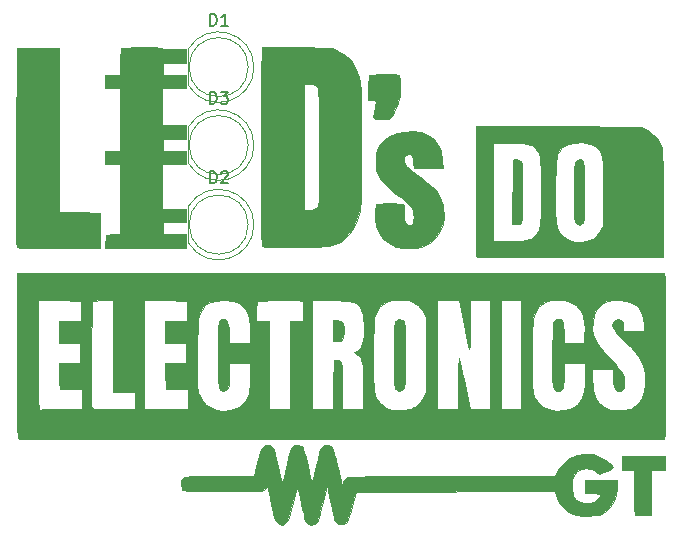
<source format=gbr>
%TF.GenerationSoftware,KiCad,Pcbnew,(5.1.6)-1*%
%TF.CreationDate,2020-09-30T19:57:20-06:00*%
%TF.ProjectId,PCB_LDE,5043425f-4c44-4452-9e6b-696361645f70,v1.0*%
%TF.SameCoordinates,Original*%
%TF.FileFunction,Legend,Top*%
%TF.FilePolarity,Positive*%
%FSLAX46Y46*%
G04 Gerber Fmt 4.6, Leading zero omitted, Abs format (unit mm)*
G04 Created by KiCad (PCBNEW (5.1.6)-1) date 2020-09-30 19:57:20*
%MOMM*%
%LPD*%
G01*
G04 APERTURE LIST*
%ADD10C,0.010000*%
%ADD11C,0.120000*%
%ADD12C,0.150000*%
G04 APERTURE END LIST*
D10*
%TO.C,G\u002A\u002A\u002A*%
G36*
X136436027Y-114169283D02*
G01*
X136573558Y-114234519D01*
X136693082Y-114366874D01*
X136804087Y-114585680D01*
X136916063Y-114910267D01*
X137038498Y-115359968D01*
X137180882Y-115954115D01*
X137203184Y-116050952D01*
X137559168Y-117602000D01*
X137691083Y-117291315D01*
X137819171Y-117065810D01*
X137966590Y-116906536D01*
X137993932Y-116889148D01*
X138091134Y-116872600D01*
X138320069Y-116857814D01*
X138684504Y-116844752D01*
X139188206Y-116833375D01*
X139834943Y-116823645D01*
X140628482Y-116815522D01*
X141572590Y-116808968D01*
X142671036Y-116803944D01*
X143927585Y-116800412D01*
X145346005Y-116798332D01*
X146895420Y-116797667D01*
X155625973Y-116797667D01*
X155757463Y-116480167D01*
X156035931Y-115994814D01*
X156427758Y-115563870D01*
X156856495Y-115258594D01*
X157504767Y-114995925D01*
X158165282Y-114890020D01*
X158815240Y-114938597D01*
X159431843Y-115139369D01*
X159992291Y-115490053D01*
X160102146Y-115583813D01*
X160317272Y-115788436D01*
X160470371Y-115955450D01*
X160528000Y-116047961D01*
X160455068Y-116133411D01*
X160268119Y-116248214D01*
X160014921Y-116371731D01*
X159743243Y-116483324D01*
X159500853Y-116562355D01*
X159335521Y-116588186D01*
X159300602Y-116578245D01*
X158988175Y-116360183D01*
X158742830Y-116231188D01*
X158507321Y-116165367D01*
X158343020Y-116145087D01*
X157886369Y-116179420D01*
X157501852Y-116359289D01*
X157209677Y-116674772D01*
X157186546Y-116713000D01*
X157070200Y-117033268D01*
X157014903Y-117444696D01*
X157021331Y-117880237D01*
X157090158Y-118272848D01*
X157168844Y-118473577D01*
X157419340Y-118780538D01*
X157758341Y-118981850D01*
X158147626Y-119077258D01*
X158548978Y-119066507D01*
X158924177Y-118949344D01*
X159235003Y-118725512D01*
X159402402Y-118488459D01*
X159506939Y-118279333D01*
X158832136Y-118254742D01*
X158157333Y-118230152D01*
X158157333Y-117162140D01*
X159194500Y-117107730D01*
X159631157Y-117090686D01*
X160037607Y-117085293D01*
X160366430Y-117091551D01*
X160560380Y-117107725D01*
X160889095Y-117162129D01*
X160844901Y-117806896D01*
X160781935Y-118337980D01*
X160662038Y-118757809D01*
X160464358Y-119120574D01*
X160224502Y-119419114D01*
X159928776Y-119715710D01*
X159641832Y-119920682D01*
X159321937Y-120049578D01*
X158927355Y-120117949D01*
X158416354Y-120141344D01*
X158284333Y-120142000D01*
X157867416Y-120139201D01*
X157573902Y-120125056D01*
X157357883Y-120090942D01*
X157173449Y-120028239D01*
X156974694Y-119928325D01*
X156887333Y-119879636D01*
X156446375Y-119558329D01*
X156067342Y-119143929D01*
X155791116Y-118686091D01*
X155698301Y-118435458D01*
X155595098Y-118066852D01*
X138737464Y-118110000D01*
X138419414Y-119322948D01*
X138299629Y-119761481D01*
X138185161Y-120147714D01*
X138086423Y-120448800D01*
X138013823Y-120631891D01*
X137993995Y-120665268D01*
X137758894Y-120837801D01*
X137483896Y-120883380D01*
X137218770Y-120811737D01*
X137013282Y-120632606D01*
X136933919Y-120457960D01*
X136895263Y-120297944D01*
X136827118Y-120006888D01*
X136737390Y-119618906D01*
X136633984Y-119168111D01*
X136569640Y-118885973D01*
X136264563Y-117545280D01*
X135937113Y-119012973D01*
X135825712Y-119498148D01*
X135720034Y-119932583D01*
X135627828Y-120286354D01*
X135556841Y-120529539D01*
X135519345Y-120626357D01*
X135376305Y-120765407D01*
X135194346Y-120869255D01*
X134985892Y-120921608D01*
X134800062Y-120859983D01*
X134743644Y-120824920D01*
X134635064Y-120745482D01*
X134547362Y-120650385D01*
X134471270Y-120514433D01*
X134397522Y-120312428D01*
X134316852Y-120019174D01*
X134219993Y-119609473D01*
X134103274Y-119083667D01*
X134004583Y-118643054D01*
X133914214Y-118257332D01*
X133840036Y-117958785D01*
X133789912Y-117779697D01*
X133777721Y-117747472D01*
X133741533Y-117789285D01*
X133676062Y-117972426D01*
X133588397Y-118272845D01*
X133485629Y-118666488D01*
X133390907Y-119059805D01*
X133261833Y-119601381D01*
X133157048Y-120003273D01*
X133067624Y-120291843D01*
X132984633Y-120493450D01*
X132899146Y-120634455D01*
X132830794Y-120713500D01*
X132646572Y-120865533D01*
X132485161Y-120943586D01*
X132461000Y-120946333D01*
X132313443Y-120889528D01*
X132127870Y-120749311D01*
X132090802Y-120713500D01*
X131997803Y-120601781D01*
X131917469Y-120455123D01*
X131840799Y-120245736D01*
X131758793Y-119945825D01*
X131662451Y-119527599D01*
X131576722Y-119126000D01*
X131479537Y-118667629D01*
X131392758Y-118268349D01*
X131322870Y-117957214D01*
X131276356Y-117763281D01*
X131261455Y-117713300D01*
X131188786Y-117726820D01*
X131050815Y-117835297D01*
X131023896Y-117861467D01*
X130817696Y-118067667D01*
X127486448Y-118067667D01*
X126581610Y-118066234D01*
X125834895Y-118061714D01*
X125235115Y-118053777D01*
X124771082Y-118042091D01*
X124431610Y-118026326D01*
X124205509Y-118006149D01*
X124081592Y-117981230D01*
X124053600Y-117966067D01*
X123992889Y-117825241D01*
X123956571Y-117586319D01*
X123952000Y-117462867D01*
X123952896Y-117294093D01*
X123966068Y-117156579D01*
X124007240Y-117047126D01*
X124092137Y-116962533D01*
X124236482Y-116899600D01*
X124456001Y-116855127D01*
X124766417Y-116825915D01*
X125183455Y-116808762D01*
X125722840Y-116800470D01*
X126400295Y-116797838D01*
X127220666Y-116797667D01*
X130112988Y-116797667D01*
X130388332Y-115675833D01*
X130531486Y-115128263D01*
X130660981Y-114727243D01*
X130789110Y-114451994D01*
X130928166Y-114281734D01*
X131090441Y-114195681D01*
X131277302Y-114173000D01*
X131444461Y-114188808D01*
X131581161Y-114249643D01*
X131697332Y-114375622D01*
X131802906Y-114586862D01*
X131907813Y-114903481D01*
X132021982Y-115345597D01*
X132155344Y-115933325D01*
X132162604Y-115966480D01*
X132267416Y-116427851D01*
X132363073Y-116815559D01*
X132443151Y-117106179D01*
X132501223Y-117276287D01*
X132529902Y-117305667D01*
X132564192Y-117183144D01*
X132628852Y-116926515D01*
X132716324Y-116566706D01*
X132819056Y-116134642D01*
X132889332Y-115834442D01*
X133038935Y-115227471D01*
X133170424Y-114768725D01*
X133281684Y-114464944D01*
X133360724Y-114331609D01*
X133591989Y-114198049D01*
X133864563Y-114172831D01*
X134112864Y-114252890D01*
X134238892Y-114372619D01*
X134300385Y-114520081D01*
X134387305Y-114801078D01*
X134490773Y-115183323D01*
X134601911Y-115634527D01*
X134680593Y-115978981D01*
X134783864Y-116438332D01*
X134875675Y-116831803D01*
X134949632Y-117133177D01*
X134999340Y-117316233D01*
X135017352Y-117359870D01*
X135043903Y-117272992D01*
X135101356Y-117048319D01*
X135183031Y-116713164D01*
X135282250Y-116294844D01*
X135370510Y-115915453D01*
X135512837Y-115322313D01*
X135635926Y-114876067D01*
X135749920Y-114556843D01*
X135864968Y-114344769D01*
X135991214Y-114219976D01*
X136138804Y-114162590D01*
X136271000Y-114151833D01*
X136436027Y-114169283D01*
G37*
X136436027Y-114169283D02*
X136573558Y-114234519D01*
X136693082Y-114366874D01*
X136804087Y-114585680D01*
X136916063Y-114910267D01*
X137038498Y-115359968D01*
X137180882Y-115954115D01*
X137203184Y-116050952D01*
X137559168Y-117602000D01*
X137691083Y-117291315D01*
X137819171Y-117065810D01*
X137966590Y-116906536D01*
X137993932Y-116889148D01*
X138091134Y-116872600D01*
X138320069Y-116857814D01*
X138684504Y-116844752D01*
X139188206Y-116833375D01*
X139834943Y-116823645D01*
X140628482Y-116815522D01*
X141572590Y-116808968D01*
X142671036Y-116803944D01*
X143927585Y-116800412D01*
X145346005Y-116798332D01*
X146895420Y-116797667D01*
X155625973Y-116797667D01*
X155757463Y-116480167D01*
X156035931Y-115994814D01*
X156427758Y-115563870D01*
X156856495Y-115258594D01*
X157504767Y-114995925D01*
X158165282Y-114890020D01*
X158815240Y-114938597D01*
X159431843Y-115139369D01*
X159992291Y-115490053D01*
X160102146Y-115583813D01*
X160317272Y-115788436D01*
X160470371Y-115955450D01*
X160528000Y-116047961D01*
X160455068Y-116133411D01*
X160268119Y-116248214D01*
X160014921Y-116371731D01*
X159743243Y-116483324D01*
X159500853Y-116562355D01*
X159335521Y-116588186D01*
X159300602Y-116578245D01*
X158988175Y-116360183D01*
X158742830Y-116231188D01*
X158507321Y-116165367D01*
X158343020Y-116145087D01*
X157886369Y-116179420D01*
X157501852Y-116359289D01*
X157209677Y-116674772D01*
X157186546Y-116713000D01*
X157070200Y-117033268D01*
X157014903Y-117444696D01*
X157021331Y-117880237D01*
X157090158Y-118272848D01*
X157168844Y-118473577D01*
X157419340Y-118780538D01*
X157758341Y-118981850D01*
X158147626Y-119077258D01*
X158548978Y-119066507D01*
X158924177Y-118949344D01*
X159235003Y-118725512D01*
X159402402Y-118488459D01*
X159506939Y-118279333D01*
X158832136Y-118254742D01*
X158157333Y-118230152D01*
X158157333Y-117162140D01*
X159194500Y-117107730D01*
X159631157Y-117090686D01*
X160037607Y-117085293D01*
X160366430Y-117091551D01*
X160560380Y-117107725D01*
X160889095Y-117162129D01*
X160844901Y-117806896D01*
X160781935Y-118337980D01*
X160662038Y-118757809D01*
X160464358Y-119120574D01*
X160224502Y-119419114D01*
X159928776Y-119715710D01*
X159641832Y-119920682D01*
X159321937Y-120049578D01*
X158927355Y-120117949D01*
X158416354Y-120141344D01*
X158284333Y-120142000D01*
X157867416Y-120139201D01*
X157573902Y-120125056D01*
X157357883Y-120090942D01*
X157173449Y-120028239D01*
X156974694Y-119928325D01*
X156887333Y-119879636D01*
X156446375Y-119558329D01*
X156067342Y-119143929D01*
X155791116Y-118686091D01*
X155698301Y-118435458D01*
X155595098Y-118066852D01*
X138737464Y-118110000D01*
X138419414Y-119322948D01*
X138299629Y-119761481D01*
X138185161Y-120147714D01*
X138086423Y-120448800D01*
X138013823Y-120631891D01*
X137993995Y-120665268D01*
X137758894Y-120837801D01*
X137483896Y-120883380D01*
X137218770Y-120811737D01*
X137013282Y-120632606D01*
X136933919Y-120457960D01*
X136895263Y-120297944D01*
X136827118Y-120006888D01*
X136737390Y-119618906D01*
X136633984Y-119168111D01*
X136569640Y-118885973D01*
X136264563Y-117545280D01*
X135937113Y-119012973D01*
X135825712Y-119498148D01*
X135720034Y-119932583D01*
X135627828Y-120286354D01*
X135556841Y-120529539D01*
X135519345Y-120626357D01*
X135376305Y-120765407D01*
X135194346Y-120869255D01*
X134985892Y-120921608D01*
X134800062Y-120859983D01*
X134743644Y-120824920D01*
X134635064Y-120745482D01*
X134547362Y-120650385D01*
X134471270Y-120514433D01*
X134397522Y-120312428D01*
X134316852Y-120019174D01*
X134219993Y-119609473D01*
X134103274Y-119083667D01*
X134004583Y-118643054D01*
X133914214Y-118257332D01*
X133840036Y-117958785D01*
X133789912Y-117779697D01*
X133777721Y-117747472D01*
X133741533Y-117789285D01*
X133676062Y-117972426D01*
X133588397Y-118272845D01*
X133485629Y-118666488D01*
X133390907Y-119059805D01*
X133261833Y-119601381D01*
X133157048Y-120003273D01*
X133067624Y-120291843D01*
X132984633Y-120493450D01*
X132899146Y-120634455D01*
X132830794Y-120713500D01*
X132646572Y-120865533D01*
X132485161Y-120943586D01*
X132461000Y-120946333D01*
X132313443Y-120889528D01*
X132127870Y-120749311D01*
X132090802Y-120713500D01*
X131997803Y-120601781D01*
X131917469Y-120455123D01*
X131840799Y-120245736D01*
X131758793Y-119945825D01*
X131662451Y-119527599D01*
X131576722Y-119126000D01*
X131479537Y-118667629D01*
X131392758Y-118268349D01*
X131322870Y-117957214D01*
X131276356Y-117763281D01*
X131261455Y-117713300D01*
X131188786Y-117726820D01*
X131050815Y-117835297D01*
X131023896Y-117861467D01*
X130817696Y-118067667D01*
X127486448Y-118067667D01*
X126581610Y-118066234D01*
X125834895Y-118061714D01*
X125235115Y-118053777D01*
X124771082Y-118042091D01*
X124431610Y-118026326D01*
X124205509Y-118006149D01*
X124081592Y-117981230D01*
X124053600Y-117966067D01*
X123992889Y-117825241D01*
X123956571Y-117586319D01*
X123952000Y-117462867D01*
X123952896Y-117294093D01*
X123966068Y-117156579D01*
X124007240Y-117047126D01*
X124092137Y-116962533D01*
X124236482Y-116899600D01*
X124456001Y-116855127D01*
X124766417Y-116825915D01*
X125183455Y-116808762D01*
X125722840Y-116800470D01*
X126400295Y-116797838D01*
X127220666Y-116797667D01*
X130112988Y-116797667D01*
X130388332Y-115675833D01*
X130531486Y-115128263D01*
X130660981Y-114727243D01*
X130789110Y-114451994D01*
X130928166Y-114281734D01*
X131090441Y-114195681D01*
X131277302Y-114173000D01*
X131444461Y-114188808D01*
X131581161Y-114249643D01*
X131697332Y-114375622D01*
X131802906Y-114586862D01*
X131907813Y-114903481D01*
X132021982Y-115345597D01*
X132155344Y-115933325D01*
X132162604Y-115966480D01*
X132267416Y-116427851D01*
X132363073Y-116815559D01*
X132443151Y-117106179D01*
X132501223Y-117276287D01*
X132529902Y-117305667D01*
X132564192Y-117183144D01*
X132628852Y-116926515D01*
X132716324Y-116566706D01*
X132819056Y-116134642D01*
X132889332Y-115834442D01*
X133038935Y-115227471D01*
X133170424Y-114768725D01*
X133281684Y-114464944D01*
X133360724Y-114331609D01*
X133591989Y-114198049D01*
X133864563Y-114172831D01*
X134112864Y-114252890D01*
X134238892Y-114372619D01*
X134300385Y-114520081D01*
X134387305Y-114801078D01*
X134490773Y-115183323D01*
X134601911Y-115634527D01*
X134680593Y-115978981D01*
X134783864Y-116438332D01*
X134875675Y-116831803D01*
X134949632Y-117133177D01*
X134999340Y-117316233D01*
X135017352Y-117359870D01*
X135043903Y-117272992D01*
X135101356Y-117048319D01*
X135183031Y-116713164D01*
X135282250Y-116294844D01*
X135370510Y-115915453D01*
X135512837Y-115322313D01*
X135635926Y-114876067D01*
X135749920Y-114556843D01*
X135864968Y-114344769D01*
X135991214Y-114219976D01*
X136138804Y-114162590D01*
X136271000Y-114151833D01*
X136436027Y-114169283D01*
G36*
X164888333Y-116247333D02*
G01*
X163745333Y-116297403D01*
X163745333Y-120099667D01*
X163082111Y-120099667D01*
X162761766Y-120092914D01*
X162510295Y-120075022D01*
X162372908Y-120049535D01*
X162362444Y-120043222D01*
X162345917Y-119945540D01*
X162331300Y-119703813D01*
X162319344Y-119343328D01*
X162310800Y-118889369D01*
X162306419Y-118367221D01*
X162306000Y-118142262D01*
X162306000Y-116297747D01*
X161247666Y-116247333D01*
X161247666Y-115062000D01*
X164888333Y-115062000D01*
X164888333Y-116247333D01*
G37*
X164888333Y-116247333D02*
X163745333Y-116297403D01*
X163745333Y-120099667D01*
X163082111Y-120099667D01*
X162761766Y-120092914D01*
X162510295Y-120075022D01*
X162372908Y-120049535D01*
X162362444Y-120043222D01*
X162345917Y-119945540D01*
X162331300Y-119703813D01*
X162319344Y-119343328D01*
X162310800Y-118889369D01*
X162306419Y-118367221D01*
X162306000Y-118142262D01*
X162306000Y-116297747D01*
X161247666Y-116247333D01*
X161247666Y-115062000D01*
X164888333Y-115062000D01*
X164888333Y-116247333D01*
G36*
X164877302Y-99800833D02*
G01*
X164886437Y-99918613D01*
X164894676Y-100189846D01*
X164902018Y-100598655D01*
X164908462Y-101129163D01*
X164914009Y-101765493D01*
X164918656Y-102491766D01*
X164922405Y-103292106D01*
X164925254Y-104150635D01*
X164927203Y-105051476D01*
X164928251Y-105978752D01*
X164928398Y-106916584D01*
X164927644Y-107849096D01*
X164925987Y-108760411D01*
X164923427Y-109634650D01*
X164919965Y-110455936D01*
X164915598Y-111208393D01*
X164910327Y-111876142D01*
X164904151Y-112443307D01*
X164897070Y-112894009D01*
X164889083Y-113212372D01*
X164880190Y-113382518D01*
X164877750Y-113400417D01*
X164824833Y-113665000D01*
X137502194Y-113665000D01*
X135361496Y-113664827D01*
X133264423Y-113664317D01*
X131217301Y-113663484D01*
X129226458Y-113662339D01*
X127298222Y-113660897D01*
X125438919Y-113659170D01*
X123654877Y-113657171D01*
X121952424Y-113654914D01*
X120337886Y-113652411D01*
X118817591Y-113649675D01*
X117397867Y-113646720D01*
X116085040Y-113643558D01*
X114885438Y-113640203D01*
X113805389Y-113636668D01*
X112851219Y-113632965D01*
X112029256Y-113629108D01*
X111345828Y-113625109D01*
X110807262Y-113620983D01*
X110419885Y-113616741D01*
X110190024Y-113612397D01*
X110123111Y-113608555D01*
X110114438Y-113517152D01*
X110106173Y-113269042D01*
X110098415Y-112876855D01*
X110091267Y-112353217D01*
X110084830Y-111710756D01*
X110079205Y-110962100D01*
X110074495Y-110119876D01*
X110070799Y-109196711D01*
X110068220Y-108205233D01*
X110066859Y-107158070D01*
X110066666Y-106581222D01*
X110066666Y-106494872D01*
X111844666Y-106494872D01*
X111845723Y-107362177D01*
X111848762Y-108178286D01*
X111853584Y-108927560D01*
X111859992Y-109594358D01*
X111867787Y-110163043D01*
X111876771Y-110617974D01*
X111886745Y-110943512D01*
X111897512Y-111124018D01*
X111903744Y-111155855D01*
X112024831Y-111183410D01*
X112080002Y-111169966D01*
X112197610Y-111156172D01*
X112456744Y-111144089D01*
X112829601Y-111134412D01*
X113288377Y-111127834D01*
X113805266Y-111125048D01*
X113883591Y-111125000D01*
X115570000Y-111125000D01*
X115570000Y-109437212D01*
X114617500Y-109413273D01*
X113665000Y-109389333D01*
X113652819Y-108834402D01*
X116346872Y-108834402D01*
X116348197Y-109494617D01*
X116350986Y-110056769D01*
X116355174Y-110504794D01*
X116360696Y-110822629D01*
X116367487Y-110994211D01*
X116370834Y-111019167D01*
X116428041Y-111056273D01*
X116578298Y-111084363D01*
X116837700Y-111104350D01*
X117222346Y-111117149D01*
X117748333Y-111123673D01*
X118234342Y-111125000D01*
X120057333Y-111125000D01*
X120819333Y-111125000D01*
X124544666Y-111125000D01*
X124544666Y-109437212D01*
X123592166Y-109413273D01*
X122639666Y-109389333D01*
X122607887Y-107941560D01*
X125315728Y-107941560D01*
X125317929Y-108476155D01*
X125325037Y-108896012D01*
X125337625Y-109219317D01*
X125356263Y-109464260D01*
X125381523Y-109649028D01*
X125413977Y-109791808D01*
X125430261Y-109844748D01*
X125683711Y-110373149D01*
X126053047Y-110778670D01*
X126539978Y-111062770D01*
X127022623Y-111205054D01*
X127290282Y-111256074D01*
X127476763Y-111278151D01*
X127651922Y-111271095D01*
X127885616Y-111234715D01*
X128063950Y-111202222D01*
X128661314Y-111029726D01*
X129126290Y-110753556D01*
X129463246Y-110369895D01*
X129676548Y-109874929D01*
X129702923Y-109770333D01*
X129736976Y-109535938D01*
X129765136Y-109180772D01*
X129784444Y-108753369D01*
X129791930Y-108309833D01*
X129794000Y-107230333D01*
X128016000Y-107230333D01*
X128014751Y-108182833D01*
X128003412Y-108677660D01*
X127972333Y-109059924D01*
X127923787Y-109305104D01*
X127906799Y-109347000D01*
X127732947Y-109533682D01*
X127501939Y-109583482D01*
X127268835Y-109486329D01*
X127247017Y-109467681D01*
X127202472Y-109419458D01*
X127166898Y-109352133D01*
X127139290Y-109247695D01*
X127118645Y-109088133D01*
X127103959Y-108855437D01*
X127094226Y-108531595D01*
X127088442Y-108098597D01*
X127085604Y-107538432D01*
X127084707Y-106833089D01*
X127084666Y-106556060D01*
X127085341Y-105752016D01*
X127088995Y-105101424D01*
X127098075Y-104588402D01*
X127115029Y-104197070D01*
X127142301Y-103911547D01*
X127182340Y-103715951D01*
X127237591Y-103594402D01*
X127310500Y-103531019D01*
X127403515Y-103509920D01*
X127519082Y-103515225D01*
X127552546Y-103518903D01*
X127744138Y-103578492D01*
X127877819Y-103720825D01*
X127961895Y-103968094D01*
X128004673Y-104342492D01*
X128014751Y-104753833D01*
X128016000Y-105537000D01*
X129814022Y-105537000D01*
X129776371Y-104457500D01*
X129743569Y-103864188D01*
X129719690Y-103674333D01*
X130296076Y-103674333D01*
X131402666Y-103674333D01*
X131402666Y-111125000D01*
X133180666Y-111125000D01*
X135043333Y-111125000D01*
X136818375Y-111125000D01*
X136841020Y-109029500D01*
X136863666Y-106934000D01*
X137117666Y-106959565D01*
X137259186Y-106980554D01*
X137368715Y-107024619D01*
X137450344Y-107111382D01*
X137508162Y-107260464D01*
X137546259Y-107491487D01*
X137568724Y-107824072D01*
X137579645Y-108277839D01*
X137583114Y-108872411D01*
X137583333Y-109193849D01*
X137583333Y-111125000D01*
X139361333Y-111125000D01*
X139356554Y-109198833D01*
X139352013Y-108491083D01*
X139339846Y-107931684D01*
X139316365Y-107499703D01*
X139280911Y-107199812D01*
X140216775Y-107199812D01*
X140219043Y-108019992D01*
X140229527Y-108674011D01*
X140248209Y-109161008D01*
X140275073Y-109480119D01*
X140289890Y-109569014D01*
X140489219Y-110146550D01*
X140807353Y-110608274D01*
X141239551Y-110947642D01*
X141320085Y-110990712D01*
X141558057Y-111101958D01*
X141766098Y-111167733D01*
X142000310Y-111197344D01*
X142316799Y-111200100D01*
X142543270Y-111193642D01*
X142931218Y-111174393D01*
X143204580Y-111139636D01*
X143418083Y-111076285D01*
X143626458Y-110971253D01*
X143727306Y-110910513D01*
X144023208Y-110689682D01*
X144248090Y-110417106D01*
X144397702Y-110154499D01*
X144653000Y-109655306D01*
X144653000Y-103293333D01*
X144389902Y-102827667D01*
X144190405Y-102520968D01*
X143969798Y-102307748D01*
X143657471Y-102120096D01*
X143650444Y-102116467D01*
X143383982Y-101990691D01*
X143147254Y-101916535D01*
X142993524Y-101896333D01*
X145626666Y-101896333D01*
X145626666Y-111125000D01*
X147404666Y-111125000D01*
X147407241Y-108902500D01*
X147410447Y-108317128D01*
X147418175Y-107798935D01*
X147429714Y-107368392D01*
X147444354Y-107045965D01*
X147461386Y-106852122D01*
X147479919Y-106807000D01*
X147514961Y-106922322D01*
X147576684Y-107179945D01*
X147659882Y-107555865D01*
X147759348Y-108026079D01*
X147869876Y-108566583D01*
X147961984Y-109029500D01*
X148373946Y-111125000D01*
X150114000Y-111125000D01*
X150114000Y-101896333D01*
X151045333Y-101896333D01*
X151045333Y-111125000D01*
X152738666Y-111125000D01*
X152738666Y-106674200D01*
X153670827Y-106674200D01*
X153671293Y-107461853D01*
X153672950Y-108099095D01*
X153676909Y-108604852D01*
X153684282Y-108998047D01*
X153696181Y-109297604D01*
X153713719Y-109522446D01*
X153738008Y-109691497D01*
X153770159Y-109823681D01*
X153811285Y-109937922D01*
X153862498Y-110053143D01*
X153870395Y-110070126D01*
X154181214Y-110552608D01*
X154598798Y-110912313D01*
X155108323Y-111144320D01*
X155694962Y-111243705D01*
X156343890Y-111205546D01*
X156893732Y-111074002D01*
X157197227Y-110935630D01*
X157479849Y-110740060D01*
X157545607Y-110678601D01*
X157745466Y-110448637D01*
X157893532Y-110210107D01*
X157998334Y-109931463D01*
X158068401Y-109581157D01*
X158112262Y-109127640D01*
X158138445Y-108539364D01*
X158140214Y-108479167D01*
X158161317Y-107738333D01*
X158726380Y-107738333D01*
X158768818Y-108699989D01*
X158796050Y-109168081D01*
X158835420Y-109515032D01*
X158895550Y-109788998D01*
X158985066Y-110038136D01*
X159024399Y-110127212D01*
X159324655Y-110601137D01*
X159727943Y-110948027D01*
X160062333Y-111107512D01*
X160330949Y-111164034D01*
X160702265Y-111195134D01*
X161120134Y-111201325D01*
X161528404Y-111183119D01*
X161870926Y-111141028D01*
X162062826Y-111089270D01*
X162414446Y-110888409D01*
X162696665Y-110596708D01*
X162944126Y-110177154D01*
X162972967Y-110116806D01*
X163069288Y-109895904D01*
X163133058Y-109693343D01*
X163170854Y-109465002D01*
X163189255Y-109166757D01*
X163194836Y-108754486D01*
X163195000Y-108627333D01*
X163185735Y-108122800D01*
X163148004Y-107706922D01*
X163066903Y-107349648D01*
X162927527Y-107020926D01*
X162714971Y-106690703D01*
X162414330Y-106328927D01*
X162010701Y-105905545D01*
X161684345Y-105581399D01*
X161226616Y-105122112D01*
X160887211Y-104754933D01*
X160655194Y-104462585D01*
X160519627Y-104227790D01*
X160469575Y-104033270D01*
X160494099Y-103861749D01*
X160536752Y-103768548D01*
X160708776Y-103590402D01*
X160933369Y-103512898D01*
X161150334Y-103546590D01*
X161264658Y-103640919D01*
X161334129Y-103818413D01*
X161372200Y-104076055D01*
X161374666Y-104156182D01*
X161374666Y-104521000D01*
X163175419Y-104521000D01*
X163133142Y-103930127D01*
X163047092Y-103376307D01*
X162859507Y-102876727D01*
X162846599Y-102850627D01*
X162684064Y-102558430D01*
X162517268Y-102364411D01*
X162284957Y-102207296D01*
X162114257Y-102118001D01*
X161602983Y-101934846D01*
X161049027Y-101858786D01*
X160493896Y-101885899D01*
X159979099Y-102012262D01*
X159546144Y-102233954D01*
X159375906Y-102376738D01*
X159120968Y-102728596D01*
X158924543Y-103190607D01*
X158802625Y-103709015D01*
X158771206Y-104230066D01*
X158781402Y-104374904D01*
X158845672Y-104780918D01*
X158959015Y-105149241D01*
X159138426Y-105508347D01*
X159400901Y-105886711D01*
X159763434Y-106312810D01*
X160229883Y-106801823D01*
X160661767Y-107249843D01*
X160981761Y-107612681D01*
X161205601Y-107916450D01*
X161349024Y-108187258D01*
X161427764Y-108451216D01*
X161457557Y-108734433D01*
X161459333Y-108841847D01*
X161433264Y-109222876D01*
X161347494Y-109462059D01*
X161190675Y-109579834D01*
X161037822Y-109601000D01*
X160822224Y-109562732D01*
X160672985Y-109434180D01*
X160580711Y-109194721D01*
X160536013Y-108823734D01*
X160528000Y-108481494D01*
X160528000Y-107738333D01*
X158726380Y-107738333D01*
X158161317Y-107738333D01*
X158175789Y-107230333D01*
X156379333Y-107230333D01*
X156378861Y-108055833D01*
X156365138Y-108621238D01*
X156321506Y-109037501D01*
X156243156Y-109322941D01*
X156125282Y-109495879D01*
X155981431Y-109570474D01*
X155717264Y-109574984D01*
X155530647Y-109432026D01*
X155425876Y-109183714D01*
X155408637Y-109030790D01*
X155394598Y-108732230D01*
X155384143Y-108311708D01*
X155377656Y-107792898D01*
X155375519Y-107199473D01*
X155378115Y-106555108D01*
X155379968Y-106346043D01*
X155388449Y-105578203D01*
X155398785Y-104962831D01*
X155413894Y-104483061D01*
X155436692Y-104122032D01*
X155470095Y-103862879D01*
X155517020Y-103688740D01*
X155580384Y-103582751D01*
X155663102Y-103528049D01*
X155768092Y-103507770D01*
X155871333Y-103505000D01*
X156052078Y-103528562D01*
X156180266Y-103615696D01*
X156266450Y-103791077D01*
X156321184Y-104079377D01*
X156355025Y-104505269D01*
X156362191Y-104652490D01*
X156401529Y-105537000D01*
X158050787Y-105537000D01*
X158104715Y-104965500D01*
X158128949Y-104343360D01*
X158087607Y-103753191D01*
X157986589Y-103233955D01*
X157831794Y-102824613D01*
X157763237Y-102710494D01*
X157395922Y-102325009D01*
X156912846Y-102053852D01*
X156328939Y-101903675D01*
X155886369Y-101874052D01*
X155283051Y-101920463D01*
X154795436Y-102066867D01*
X154395318Y-102324020D01*
X154202801Y-102516018D01*
X154071376Y-102675190D01*
X153963435Y-102836769D01*
X153876691Y-103018633D01*
X153808858Y-103238661D01*
X153757646Y-103514731D01*
X153720770Y-103864722D01*
X153695942Y-104306512D01*
X153680874Y-104857980D01*
X153673280Y-105537005D01*
X153670872Y-106361465D01*
X153670827Y-106674200D01*
X152738666Y-106674200D01*
X152738666Y-101896333D01*
X151045333Y-101896333D01*
X150114000Y-101896333D01*
X148420666Y-101896333D01*
X148420666Y-103970667D01*
X148417769Y-104543157D01*
X148409624Y-105055120D01*
X148397053Y-105483655D01*
X148380875Y-105805863D01*
X148361911Y-105998844D01*
X148346329Y-106045000D01*
X148310611Y-105965471D01*
X148249162Y-105741770D01*
X148167096Y-105396226D01*
X148069528Y-104951167D01*
X147961573Y-104428920D01*
X147871189Y-103970667D01*
X147470385Y-101896333D01*
X145626666Y-101896333D01*
X142993524Y-101896333D01*
X142876723Y-101880984D01*
X142508855Y-101871027D01*
X142451666Y-101870933D01*
X142066806Y-101878561D01*
X141787391Y-101910121D01*
X141549885Y-101978627D01*
X141290755Y-102097091D01*
X141252889Y-102116467D01*
X140938220Y-102304284D01*
X140716567Y-102516424D01*
X140517318Y-102820797D01*
X140513430Y-102827667D01*
X140250333Y-103293333D01*
X140222740Y-106214333D01*
X140216775Y-107199812D01*
X139280911Y-107199812D01*
X139277883Y-107174203D01*
X139220713Y-106934249D01*
X139141166Y-106758906D01*
X139035556Y-106627239D01*
X138900195Y-106518312D01*
X138882262Y-106506101D01*
X138614859Y-106326338D01*
X138861529Y-106180626D01*
X139059720Y-106040629D01*
X139204132Y-105871328D01*
X139302747Y-105645171D01*
X139363549Y-105334604D01*
X139394518Y-104912074D01*
X139403639Y-104350027D01*
X139403666Y-104309333D01*
X139401479Y-103828572D01*
X139391691Y-103480452D01*
X139369464Y-103228304D01*
X139329961Y-103035459D01*
X139268342Y-102865247D01*
X139192000Y-102705099D01*
X139060644Y-102469434D01*
X138918758Y-102287295D01*
X138743103Y-102151342D01*
X138510435Y-102054237D01*
X138197516Y-101988641D01*
X137781102Y-101947214D01*
X137237954Y-101922618D01*
X136673166Y-101909708D01*
X135043333Y-101880750D01*
X135043333Y-111125000D01*
X133180666Y-111125000D01*
X133180666Y-103674333D01*
X134281333Y-103674333D01*
X134281333Y-102829280D01*
X134279197Y-102444018D01*
X134268136Y-102195410D01*
X134241173Y-102050786D01*
X134191328Y-101977478D01*
X134111623Y-101942817D01*
X134090833Y-101937487D01*
X133951170Y-101924559D01*
X133670592Y-101915309D01*
X133277485Y-101910067D01*
X132800234Y-101909160D01*
X132267225Y-101912917D01*
X132122333Y-101914708D01*
X130344333Y-101938667D01*
X130320204Y-102806500D01*
X130296076Y-103674333D01*
X129719690Y-103674333D01*
X129686037Y-103406783D01*
X129594757Y-103052586D01*
X129460708Y-102768901D01*
X129274871Y-102523032D01*
X129229221Y-102473977D01*
X128829413Y-102173767D01*
X128312517Y-101973918D01*
X127703850Y-101883174D01*
X127504733Y-101878542D01*
X126889002Y-101928650D01*
X126395856Y-102081113D01*
X126004558Y-102348096D01*
X125694377Y-102741767D01*
X125545644Y-103028120D01*
X125493599Y-103147869D01*
X125451461Y-103266013D01*
X125418005Y-103401467D01*
X125392005Y-103573146D01*
X125372239Y-103799966D01*
X125357480Y-104100841D01*
X125346505Y-104494685D01*
X125338088Y-105000414D01*
X125331007Y-105636943D01*
X125324035Y-106423187D01*
X125323763Y-106455399D01*
X125317863Y-107274037D01*
X125315728Y-107941560D01*
X122607887Y-107941560D01*
X122592274Y-107230333D01*
X124375333Y-107230333D01*
X124375333Y-105537000D01*
X122597333Y-105537000D01*
X122597333Y-103674333D01*
X124465923Y-103674333D01*
X124441795Y-102806500D01*
X124417666Y-101938667D01*
X122618500Y-101915816D01*
X120819333Y-101892966D01*
X120819333Y-111125000D01*
X120057333Y-111125000D01*
X120057333Y-109685667D01*
X118194666Y-109685667D01*
X118194666Y-101890604D01*
X117284500Y-101914635D01*
X116374333Y-101938667D01*
X116352325Y-106426000D01*
X116348871Y-107284030D01*
X116347075Y-108092185D01*
X116346872Y-108834402D01*
X113652819Y-108834402D01*
X113641303Y-108309833D01*
X113617607Y-107230333D01*
X115400666Y-107230333D01*
X115400666Y-105537000D01*
X113622666Y-105537000D01*
X113622666Y-103674333D01*
X115491257Y-103674333D01*
X115467128Y-102806500D01*
X115443000Y-101938667D01*
X113643833Y-101915816D01*
X111844666Y-101892966D01*
X111844666Y-106494872D01*
X110066666Y-106494872D01*
X110066666Y-99610333D01*
X164826250Y-99610333D01*
X164877302Y-99800833D01*
G37*
X164877302Y-99800833D02*
X164886437Y-99918613D01*
X164894676Y-100189846D01*
X164902018Y-100598655D01*
X164908462Y-101129163D01*
X164914009Y-101765493D01*
X164918656Y-102491766D01*
X164922405Y-103292106D01*
X164925254Y-104150635D01*
X164927203Y-105051476D01*
X164928251Y-105978752D01*
X164928398Y-106916584D01*
X164927644Y-107849096D01*
X164925987Y-108760411D01*
X164923427Y-109634650D01*
X164919965Y-110455936D01*
X164915598Y-111208393D01*
X164910327Y-111876142D01*
X164904151Y-112443307D01*
X164897070Y-112894009D01*
X164889083Y-113212372D01*
X164880190Y-113382518D01*
X164877750Y-113400417D01*
X164824833Y-113665000D01*
X137502194Y-113665000D01*
X135361496Y-113664827D01*
X133264423Y-113664317D01*
X131217301Y-113663484D01*
X129226458Y-113662339D01*
X127298222Y-113660897D01*
X125438919Y-113659170D01*
X123654877Y-113657171D01*
X121952424Y-113654914D01*
X120337886Y-113652411D01*
X118817591Y-113649675D01*
X117397867Y-113646720D01*
X116085040Y-113643558D01*
X114885438Y-113640203D01*
X113805389Y-113636668D01*
X112851219Y-113632965D01*
X112029256Y-113629108D01*
X111345828Y-113625109D01*
X110807262Y-113620983D01*
X110419885Y-113616741D01*
X110190024Y-113612397D01*
X110123111Y-113608555D01*
X110114438Y-113517152D01*
X110106173Y-113269042D01*
X110098415Y-112876855D01*
X110091267Y-112353217D01*
X110084830Y-111710756D01*
X110079205Y-110962100D01*
X110074495Y-110119876D01*
X110070799Y-109196711D01*
X110068220Y-108205233D01*
X110066859Y-107158070D01*
X110066666Y-106581222D01*
X110066666Y-106494872D01*
X111844666Y-106494872D01*
X111845723Y-107362177D01*
X111848762Y-108178286D01*
X111853584Y-108927560D01*
X111859992Y-109594358D01*
X111867787Y-110163043D01*
X111876771Y-110617974D01*
X111886745Y-110943512D01*
X111897512Y-111124018D01*
X111903744Y-111155855D01*
X112024831Y-111183410D01*
X112080002Y-111169966D01*
X112197610Y-111156172D01*
X112456744Y-111144089D01*
X112829601Y-111134412D01*
X113288377Y-111127834D01*
X113805266Y-111125048D01*
X113883591Y-111125000D01*
X115570000Y-111125000D01*
X115570000Y-109437212D01*
X114617500Y-109413273D01*
X113665000Y-109389333D01*
X113652819Y-108834402D01*
X116346872Y-108834402D01*
X116348197Y-109494617D01*
X116350986Y-110056769D01*
X116355174Y-110504794D01*
X116360696Y-110822629D01*
X116367487Y-110994211D01*
X116370834Y-111019167D01*
X116428041Y-111056273D01*
X116578298Y-111084363D01*
X116837700Y-111104350D01*
X117222346Y-111117149D01*
X117748333Y-111123673D01*
X118234342Y-111125000D01*
X120057333Y-111125000D01*
X120819333Y-111125000D01*
X124544666Y-111125000D01*
X124544666Y-109437212D01*
X123592166Y-109413273D01*
X122639666Y-109389333D01*
X122607887Y-107941560D01*
X125315728Y-107941560D01*
X125317929Y-108476155D01*
X125325037Y-108896012D01*
X125337625Y-109219317D01*
X125356263Y-109464260D01*
X125381523Y-109649028D01*
X125413977Y-109791808D01*
X125430261Y-109844748D01*
X125683711Y-110373149D01*
X126053047Y-110778670D01*
X126539978Y-111062770D01*
X127022623Y-111205054D01*
X127290282Y-111256074D01*
X127476763Y-111278151D01*
X127651922Y-111271095D01*
X127885616Y-111234715D01*
X128063950Y-111202222D01*
X128661314Y-111029726D01*
X129126290Y-110753556D01*
X129463246Y-110369895D01*
X129676548Y-109874929D01*
X129702923Y-109770333D01*
X129736976Y-109535938D01*
X129765136Y-109180772D01*
X129784444Y-108753369D01*
X129791930Y-108309833D01*
X129794000Y-107230333D01*
X128016000Y-107230333D01*
X128014751Y-108182833D01*
X128003412Y-108677660D01*
X127972333Y-109059924D01*
X127923787Y-109305104D01*
X127906799Y-109347000D01*
X127732947Y-109533682D01*
X127501939Y-109583482D01*
X127268835Y-109486329D01*
X127247017Y-109467681D01*
X127202472Y-109419458D01*
X127166898Y-109352133D01*
X127139290Y-109247695D01*
X127118645Y-109088133D01*
X127103959Y-108855437D01*
X127094226Y-108531595D01*
X127088442Y-108098597D01*
X127085604Y-107538432D01*
X127084707Y-106833089D01*
X127084666Y-106556060D01*
X127085341Y-105752016D01*
X127088995Y-105101424D01*
X127098075Y-104588402D01*
X127115029Y-104197070D01*
X127142301Y-103911547D01*
X127182340Y-103715951D01*
X127237591Y-103594402D01*
X127310500Y-103531019D01*
X127403515Y-103509920D01*
X127519082Y-103515225D01*
X127552546Y-103518903D01*
X127744138Y-103578492D01*
X127877819Y-103720825D01*
X127961895Y-103968094D01*
X128004673Y-104342492D01*
X128014751Y-104753833D01*
X128016000Y-105537000D01*
X129814022Y-105537000D01*
X129776371Y-104457500D01*
X129743569Y-103864188D01*
X129719690Y-103674333D01*
X130296076Y-103674333D01*
X131402666Y-103674333D01*
X131402666Y-111125000D01*
X133180666Y-111125000D01*
X135043333Y-111125000D01*
X136818375Y-111125000D01*
X136841020Y-109029500D01*
X136863666Y-106934000D01*
X137117666Y-106959565D01*
X137259186Y-106980554D01*
X137368715Y-107024619D01*
X137450344Y-107111382D01*
X137508162Y-107260464D01*
X137546259Y-107491487D01*
X137568724Y-107824072D01*
X137579645Y-108277839D01*
X137583114Y-108872411D01*
X137583333Y-109193849D01*
X137583333Y-111125000D01*
X139361333Y-111125000D01*
X139356554Y-109198833D01*
X139352013Y-108491083D01*
X139339846Y-107931684D01*
X139316365Y-107499703D01*
X139280911Y-107199812D01*
X140216775Y-107199812D01*
X140219043Y-108019992D01*
X140229527Y-108674011D01*
X140248209Y-109161008D01*
X140275073Y-109480119D01*
X140289890Y-109569014D01*
X140489219Y-110146550D01*
X140807353Y-110608274D01*
X141239551Y-110947642D01*
X141320085Y-110990712D01*
X141558057Y-111101958D01*
X141766098Y-111167733D01*
X142000310Y-111197344D01*
X142316799Y-111200100D01*
X142543270Y-111193642D01*
X142931218Y-111174393D01*
X143204580Y-111139636D01*
X143418083Y-111076285D01*
X143626458Y-110971253D01*
X143727306Y-110910513D01*
X144023208Y-110689682D01*
X144248090Y-110417106D01*
X144397702Y-110154499D01*
X144653000Y-109655306D01*
X144653000Y-103293333D01*
X144389902Y-102827667D01*
X144190405Y-102520968D01*
X143969798Y-102307748D01*
X143657471Y-102120096D01*
X143650444Y-102116467D01*
X143383982Y-101990691D01*
X143147254Y-101916535D01*
X142993524Y-101896333D01*
X145626666Y-101896333D01*
X145626666Y-111125000D01*
X147404666Y-111125000D01*
X147407241Y-108902500D01*
X147410447Y-108317128D01*
X147418175Y-107798935D01*
X147429714Y-107368392D01*
X147444354Y-107045965D01*
X147461386Y-106852122D01*
X147479919Y-106807000D01*
X147514961Y-106922322D01*
X147576684Y-107179945D01*
X147659882Y-107555865D01*
X147759348Y-108026079D01*
X147869876Y-108566583D01*
X147961984Y-109029500D01*
X148373946Y-111125000D01*
X150114000Y-111125000D01*
X150114000Y-101896333D01*
X151045333Y-101896333D01*
X151045333Y-111125000D01*
X152738666Y-111125000D01*
X152738666Y-106674200D01*
X153670827Y-106674200D01*
X153671293Y-107461853D01*
X153672950Y-108099095D01*
X153676909Y-108604852D01*
X153684282Y-108998047D01*
X153696181Y-109297604D01*
X153713719Y-109522446D01*
X153738008Y-109691497D01*
X153770159Y-109823681D01*
X153811285Y-109937922D01*
X153862498Y-110053143D01*
X153870395Y-110070126D01*
X154181214Y-110552608D01*
X154598798Y-110912313D01*
X155108323Y-111144320D01*
X155694962Y-111243705D01*
X156343890Y-111205546D01*
X156893732Y-111074002D01*
X157197227Y-110935630D01*
X157479849Y-110740060D01*
X157545607Y-110678601D01*
X157745466Y-110448637D01*
X157893532Y-110210107D01*
X157998334Y-109931463D01*
X158068401Y-109581157D01*
X158112262Y-109127640D01*
X158138445Y-108539364D01*
X158140214Y-108479167D01*
X158161317Y-107738333D01*
X158726380Y-107738333D01*
X158768818Y-108699989D01*
X158796050Y-109168081D01*
X158835420Y-109515032D01*
X158895550Y-109788998D01*
X158985066Y-110038136D01*
X159024399Y-110127212D01*
X159324655Y-110601137D01*
X159727943Y-110948027D01*
X160062333Y-111107512D01*
X160330949Y-111164034D01*
X160702265Y-111195134D01*
X161120134Y-111201325D01*
X161528404Y-111183119D01*
X161870926Y-111141028D01*
X162062826Y-111089270D01*
X162414446Y-110888409D01*
X162696665Y-110596708D01*
X162944126Y-110177154D01*
X162972967Y-110116806D01*
X163069288Y-109895904D01*
X163133058Y-109693343D01*
X163170854Y-109465002D01*
X163189255Y-109166757D01*
X163194836Y-108754486D01*
X163195000Y-108627333D01*
X163185735Y-108122800D01*
X163148004Y-107706922D01*
X163066903Y-107349648D01*
X162927527Y-107020926D01*
X162714971Y-106690703D01*
X162414330Y-106328927D01*
X162010701Y-105905545D01*
X161684345Y-105581399D01*
X161226616Y-105122112D01*
X160887211Y-104754933D01*
X160655194Y-104462585D01*
X160519627Y-104227790D01*
X160469575Y-104033270D01*
X160494099Y-103861749D01*
X160536752Y-103768548D01*
X160708776Y-103590402D01*
X160933369Y-103512898D01*
X161150334Y-103546590D01*
X161264658Y-103640919D01*
X161334129Y-103818413D01*
X161372200Y-104076055D01*
X161374666Y-104156182D01*
X161374666Y-104521000D01*
X163175419Y-104521000D01*
X163133142Y-103930127D01*
X163047092Y-103376307D01*
X162859507Y-102876727D01*
X162846599Y-102850627D01*
X162684064Y-102558430D01*
X162517268Y-102364411D01*
X162284957Y-102207296D01*
X162114257Y-102118001D01*
X161602983Y-101934846D01*
X161049027Y-101858786D01*
X160493896Y-101885899D01*
X159979099Y-102012262D01*
X159546144Y-102233954D01*
X159375906Y-102376738D01*
X159120968Y-102728596D01*
X158924543Y-103190607D01*
X158802625Y-103709015D01*
X158771206Y-104230066D01*
X158781402Y-104374904D01*
X158845672Y-104780918D01*
X158959015Y-105149241D01*
X159138426Y-105508347D01*
X159400901Y-105886711D01*
X159763434Y-106312810D01*
X160229883Y-106801823D01*
X160661767Y-107249843D01*
X160981761Y-107612681D01*
X161205601Y-107916450D01*
X161349024Y-108187258D01*
X161427764Y-108451216D01*
X161457557Y-108734433D01*
X161459333Y-108841847D01*
X161433264Y-109222876D01*
X161347494Y-109462059D01*
X161190675Y-109579834D01*
X161037822Y-109601000D01*
X160822224Y-109562732D01*
X160672985Y-109434180D01*
X160580711Y-109194721D01*
X160536013Y-108823734D01*
X160528000Y-108481494D01*
X160528000Y-107738333D01*
X158726380Y-107738333D01*
X158161317Y-107738333D01*
X158175789Y-107230333D01*
X156379333Y-107230333D01*
X156378861Y-108055833D01*
X156365138Y-108621238D01*
X156321506Y-109037501D01*
X156243156Y-109322941D01*
X156125282Y-109495879D01*
X155981431Y-109570474D01*
X155717264Y-109574984D01*
X155530647Y-109432026D01*
X155425876Y-109183714D01*
X155408637Y-109030790D01*
X155394598Y-108732230D01*
X155384143Y-108311708D01*
X155377656Y-107792898D01*
X155375519Y-107199473D01*
X155378115Y-106555108D01*
X155379968Y-106346043D01*
X155388449Y-105578203D01*
X155398785Y-104962831D01*
X155413894Y-104483061D01*
X155436692Y-104122032D01*
X155470095Y-103862879D01*
X155517020Y-103688740D01*
X155580384Y-103582751D01*
X155663102Y-103528049D01*
X155768092Y-103507770D01*
X155871333Y-103505000D01*
X156052078Y-103528562D01*
X156180266Y-103615696D01*
X156266450Y-103791077D01*
X156321184Y-104079377D01*
X156355025Y-104505269D01*
X156362191Y-104652490D01*
X156401529Y-105537000D01*
X158050787Y-105537000D01*
X158104715Y-104965500D01*
X158128949Y-104343360D01*
X158087607Y-103753191D01*
X157986589Y-103233955D01*
X157831794Y-102824613D01*
X157763237Y-102710494D01*
X157395922Y-102325009D01*
X156912846Y-102053852D01*
X156328939Y-101903675D01*
X155886369Y-101874052D01*
X155283051Y-101920463D01*
X154795436Y-102066867D01*
X154395318Y-102324020D01*
X154202801Y-102516018D01*
X154071376Y-102675190D01*
X153963435Y-102836769D01*
X153876691Y-103018633D01*
X153808858Y-103238661D01*
X153757646Y-103514731D01*
X153720770Y-103864722D01*
X153695942Y-104306512D01*
X153680874Y-104857980D01*
X153673280Y-105537005D01*
X153670872Y-106361465D01*
X153670827Y-106674200D01*
X152738666Y-106674200D01*
X152738666Y-101896333D01*
X151045333Y-101896333D01*
X150114000Y-101896333D01*
X148420666Y-101896333D01*
X148420666Y-103970667D01*
X148417769Y-104543157D01*
X148409624Y-105055120D01*
X148397053Y-105483655D01*
X148380875Y-105805863D01*
X148361911Y-105998844D01*
X148346329Y-106045000D01*
X148310611Y-105965471D01*
X148249162Y-105741770D01*
X148167096Y-105396226D01*
X148069528Y-104951167D01*
X147961573Y-104428920D01*
X147871189Y-103970667D01*
X147470385Y-101896333D01*
X145626666Y-101896333D01*
X142993524Y-101896333D01*
X142876723Y-101880984D01*
X142508855Y-101871027D01*
X142451666Y-101870933D01*
X142066806Y-101878561D01*
X141787391Y-101910121D01*
X141549885Y-101978627D01*
X141290755Y-102097091D01*
X141252889Y-102116467D01*
X140938220Y-102304284D01*
X140716567Y-102516424D01*
X140517318Y-102820797D01*
X140513430Y-102827667D01*
X140250333Y-103293333D01*
X140222740Y-106214333D01*
X140216775Y-107199812D01*
X139280911Y-107199812D01*
X139277883Y-107174203D01*
X139220713Y-106934249D01*
X139141166Y-106758906D01*
X139035556Y-106627239D01*
X138900195Y-106518312D01*
X138882262Y-106506101D01*
X138614859Y-106326338D01*
X138861529Y-106180626D01*
X139059720Y-106040629D01*
X139204132Y-105871328D01*
X139302747Y-105645171D01*
X139363549Y-105334604D01*
X139394518Y-104912074D01*
X139403639Y-104350027D01*
X139403666Y-104309333D01*
X139401479Y-103828572D01*
X139391691Y-103480452D01*
X139369464Y-103228304D01*
X139329961Y-103035459D01*
X139268342Y-102865247D01*
X139192000Y-102705099D01*
X139060644Y-102469434D01*
X138918758Y-102287295D01*
X138743103Y-102151342D01*
X138510435Y-102054237D01*
X138197516Y-101988641D01*
X137781102Y-101947214D01*
X137237954Y-101922618D01*
X136673166Y-101909708D01*
X135043333Y-101880750D01*
X135043333Y-111125000D01*
X133180666Y-111125000D01*
X133180666Y-103674333D01*
X134281333Y-103674333D01*
X134281333Y-102829280D01*
X134279197Y-102444018D01*
X134268136Y-102195410D01*
X134241173Y-102050786D01*
X134191328Y-101977478D01*
X134111623Y-101942817D01*
X134090833Y-101937487D01*
X133951170Y-101924559D01*
X133670592Y-101915309D01*
X133277485Y-101910067D01*
X132800234Y-101909160D01*
X132267225Y-101912917D01*
X132122333Y-101914708D01*
X130344333Y-101938667D01*
X130320204Y-102806500D01*
X130296076Y-103674333D01*
X129719690Y-103674333D01*
X129686037Y-103406783D01*
X129594757Y-103052586D01*
X129460708Y-102768901D01*
X129274871Y-102523032D01*
X129229221Y-102473977D01*
X128829413Y-102173767D01*
X128312517Y-101973918D01*
X127703850Y-101883174D01*
X127504733Y-101878542D01*
X126889002Y-101928650D01*
X126395856Y-102081113D01*
X126004558Y-102348096D01*
X125694377Y-102741767D01*
X125545644Y-103028120D01*
X125493599Y-103147869D01*
X125451461Y-103266013D01*
X125418005Y-103401467D01*
X125392005Y-103573146D01*
X125372239Y-103799966D01*
X125357480Y-104100841D01*
X125346505Y-104494685D01*
X125338088Y-105000414D01*
X125331007Y-105636943D01*
X125324035Y-106423187D01*
X125323763Y-106455399D01*
X125317863Y-107274037D01*
X125315728Y-107941560D01*
X122607887Y-107941560D01*
X122592274Y-107230333D01*
X124375333Y-107230333D01*
X124375333Y-105537000D01*
X122597333Y-105537000D01*
X122597333Y-103674333D01*
X124465923Y-103674333D01*
X124441795Y-102806500D01*
X124417666Y-101938667D01*
X122618500Y-101915816D01*
X120819333Y-101892966D01*
X120819333Y-111125000D01*
X120057333Y-111125000D01*
X120057333Y-109685667D01*
X118194666Y-109685667D01*
X118194666Y-101890604D01*
X117284500Y-101914635D01*
X116374333Y-101938667D01*
X116352325Y-106426000D01*
X116348871Y-107284030D01*
X116347075Y-108092185D01*
X116346872Y-108834402D01*
X113652819Y-108834402D01*
X113641303Y-108309833D01*
X113617607Y-107230333D01*
X115400666Y-107230333D01*
X115400666Y-105537000D01*
X113622666Y-105537000D01*
X113622666Y-103674333D01*
X115491257Y-103674333D01*
X115467128Y-102806500D01*
X115443000Y-101938667D01*
X113643833Y-101915816D01*
X111844666Y-101892966D01*
X111844666Y-106494872D01*
X110066666Y-106494872D01*
X110066666Y-99610333D01*
X164826250Y-99610333D01*
X164877302Y-99800833D01*
G36*
X155899913Y-87184062D02*
G01*
X162856333Y-87206667D01*
X163273139Y-87411806D01*
X163772794Y-87733871D01*
X164203957Y-88158120D01*
X164518173Y-88636098D01*
X164537037Y-88675704D01*
X164576676Y-88765068D01*
X164610096Y-88857094D01*
X164637829Y-88966258D01*
X164660403Y-89107033D01*
X164678351Y-89293894D01*
X164692201Y-89541316D01*
X164702485Y-89863772D01*
X164709733Y-90275738D01*
X164714476Y-90791688D01*
X164717243Y-91426096D01*
X164718565Y-92193436D01*
X164718973Y-93108183D01*
X164719000Y-93641333D01*
X164719000Y-98213333D01*
X156829099Y-98234935D01*
X155688441Y-98237387D01*
X154596616Y-98238425D01*
X153565426Y-98238113D01*
X152606669Y-98236513D01*
X151732146Y-98233690D01*
X150953657Y-98229706D01*
X150283002Y-98224623D01*
X149731981Y-98218506D01*
X149312393Y-98211417D01*
X149036040Y-98203419D01*
X148914720Y-98194576D01*
X148910037Y-98192602D01*
X148905469Y-98099025D01*
X148902065Y-97850423D01*
X148899820Y-97461100D01*
X148898728Y-96945360D01*
X148898730Y-96914988D01*
X150368000Y-96914988D01*
X151828500Y-96886827D01*
X152372782Y-96874342D01*
X152776462Y-96858755D01*
X153068272Y-96836758D01*
X153276943Y-96805048D01*
X153431207Y-96760320D01*
X153559794Y-96699266D01*
X153585045Y-96684756D01*
X153957826Y-96369029D01*
X154221266Y-95924579D01*
X154346910Y-95506038D01*
X154377264Y-95257618D01*
X154399703Y-94847149D01*
X154414071Y-94281739D01*
X154420212Y-93568495D01*
X154419530Y-93308767D01*
X155626320Y-93308767D01*
X155627878Y-94011253D01*
X155641130Y-94582409D01*
X155669021Y-95041186D01*
X155714492Y-95406538D01*
X155780488Y-95697416D01*
X155869951Y-95932771D01*
X155985823Y-96131556D01*
X156131049Y-96312723D01*
X156252117Y-96439574D01*
X156581613Y-96710899D01*
X156941450Y-96876320D01*
X157375646Y-96949994D01*
X157841443Y-96950802D01*
X158224230Y-96913746D01*
X158519889Y-96830858D01*
X158809032Y-96679491D01*
X158810474Y-96678600D01*
X159185189Y-96368026D01*
X159422697Y-96013788D01*
X159639000Y-95593754D01*
X159664491Y-92864651D01*
X159669340Y-92017647D01*
X159667166Y-91289746D01*
X159658188Y-90691575D01*
X159642625Y-90233758D01*
X159620699Y-89926920D01*
X159601171Y-89805729D01*
X159398869Y-89311108D01*
X159088465Y-88941059D01*
X158663579Y-88690921D01*
X158117832Y-88556035D01*
X157858567Y-88533011D01*
X157203688Y-88554843D01*
X156666633Y-88695693D01*
X156242296Y-88958124D01*
X155925569Y-89344700D01*
X155817915Y-89557244D01*
X155772633Y-89677672D01*
X155736358Y-89820983D01*
X155707793Y-90007539D01*
X155685644Y-90257704D01*
X155668615Y-90591840D01*
X155655411Y-91030311D01*
X155644736Y-91593478D01*
X155635295Y-92301706D01*
X155633515Y-92456000D01*
X155626320Y-93308767D01*
X154419530Y-93308767D01*
X154417967Y-92714523D01*
X154415328Y-92399760D01*
X154407942Y-91660172D01*
X154400621Y-91069952D01*
X154391801Y-90609143D01*
X154379918Y-90257788D01*
X154363409Y-89995929D01*
X154340709Y-89803610D01*
X154310254Y-89660872D01*
X154270481Y-89547758D01*
X154219825Y-89444312D01*
X154177759Y-89368225D01*
X153921721Y-89030339D01*
X153627426Y-88798118D01*
X153492734Y-88728001D01*
X153354664Y-88677341D01*
X153183671Y-88642968D01*
X152950211Y-88621710D01*
X152624738Y-88610397D01*
X152177709Y-88605859D01*
X151828500Y-88605059D01*
X150368000Y-88603667D01*
X150368000Y-96914988D01*
X148898730Y-96914988D01*
X148898784Y-96317508D01*
X148899983Y-95591847D01*
X148902318Y-94782682D01*
X148905784Y-93904317D01*
X148910375Y-92971056D01*
X148912185Y-92645062D01*
X148943493Y-87161458D01*
X155899913Y-87184062D01*
G37*
X155899913Y-87184062D02*
X162856333Y-87206667D01*
X163273139Y-87411806D01*
X163772794Y-87733871D01*
X164203957Y-88158120D01*
X164518173Y-88636098D01*
X164537037Y-88675704D01*
X164576676Y-88765068D01*
X164610096Y-88857094D01*
X164637829Y-88966258D01*
X164660403Y-89107033D01*
X164678351Y-89293894D01*
X164692201Y-89541316D01*
X164702485Y-89863772D01*
X164709733Y-90275738D01*
X164714476Y-90791688D01*
X164717243Y-91426096D01*
X164718565Y-92193436D01*
X164718973Y-93108183D01*
X164719000Y-93641333D01*
X164719000Y-98213333D01*
X156829099Y-98234935D01*
X155688441Y-98237387D01*
X154596616Y-98238425D01*
X153565426Y-98238113D01*
X152606669Y-98236513D01*
X151732146Y-98233690D01*
X150953657Y-98229706D01*
X150283002Y-98224623D01*
X149731981Y-98218506D01*
X149312393Y-98211417D01*
X149036040Y-98203419D01*
X148914720Y-98194576D01*
X148910037Y-98192602D01*
X148905469Y-98099025D01*
X148902065Y-97850423D01*
X148899820Y-97461100D01*
X148898728Y-96945360D01*
X148898730Y-96914988D01*
X150368000Y-96914988D01*
X151828500Y-96886827D01*
X152372782Y-96874342D01*
X152776462Y-96858755D01*
X153068272Y-96836758D01*
X153276943Y-96805048D01*
X153431207Y-96760320D01*
X153559794Y-96699266D01*
X153585045Y-96684756D01*
X153957826Y-96369029D01*
X154221266Y-95924579D01*
X154346910Y-95506038D01*
X154377264Y-95257618D01*
X154399703Y-94847149D01*
X154414071Y-94281739D01*
X154420212Y-93568495D01*
X154419530Y-93308767D01*
X155626320Y-93308767D01*
X155627878Y-94011253D01*
X155641130Y-94582409D01*
X155669021Y-95041186D01*
X155714492Y-95406538D01*
X155780488Y-95697416D01*
X155869951Y-95932771D01*
X155985823Y-96131556D01*
X156131049Y-96312723D01*
X156252117Y-96439574D01*
X156581613Y-96710899D01*
X156941450Y-96876320D01*
X157375646Y-96949994D01*
X157841443Y-96950802D01*
X158224230Y-96913746D01*
X158519889Y-96830858D01*
X158809032Y-96679491D01*
X158810474Y-96678600D01*
X159185189Y-96368026D01*
X159422697Y-96013788D01*
X159639000Y-95593754D01*
X159664491Y-92864651D01*
X159669340Y-92017647D01*
X159667166Y-91289746D01*
X159658188Y-90691575D01*
X159642625Y-90233758D01*
X159620699Y-89926920D01*
X159601171Y-89805729D01*
X159398869Y-89311108D01*
X159088465Y-88941059D01*
X158663579Y-88690921D01*
X158117832Y-88556035D01*
X157858567Y-88533011D01*
X157203688Y-88554843D01*
X156666633Y-88695693D01*
X156242296Y-88958124D01*
X155925569Y-89344700D01*
X155817915Y-89557244D01*
X155772633Y-89677672D01*
X155736358Y-89820983D01*
X155707793Y-90007539D01*
X155685644Y-90257704D01*
X155668615Y-90591840D01*
X155655411Y-91030311D01*
X155644736Y-91593478D01*
X155635295Y-92301706D01*
X155633515Y-92456000D01*
X155626320Y-93308767D01*
X154419530Y-93308767D01*
X154417967Y-92714523D01*
X154415328Y-92399760D01*
X154407942Y-91660172D01*
X154400621Y-91069952D01*
X154391801Y-90609143D01*
X154379918Y-90257788D01*
X154363409Y-89995929D01*
X154340709Y-89803610D01*
X154310254Y-89660872D01*
X154270481Y-89547758D01*
X154219825Y-89444312D01*
X154177759Y-89368225D01*
X153921721Y-89030339D01*
X153627426Y-88798118D01*
X153492734Y-88728001D01*
X153354664Y-88677341D01*
X153183671Y-88642968D01*
X152950211Y-88621710D01*
X152624738Y-88610397D01*
X152177709Y-88605859D01*
X151828500Y-88605059D01*
X150368000Y-88603667D01*
X150368000Y-96914988D01*
X148898730Y-96914988D01*
X148898784Y-96317508D01*
X148899983Y-95591847D01*
X148902318Y-94782682D01*
X148905784Y-93904317D01*
X148910375Y-92971056D01*
X148912185Y-92645062D01*
X148943493Y-87161458D01*
X155899913Y-87184062D01*
G36*
X113623649Y-94442164D02*
G01*
X115337658Y-94465082D01*
X117051666Y-94488000D01*
X117051666Y-97451333D01*
X113556870Y-97473441D01*
X112658669Y-97478092D01*
X111916913Y-97479433D01*
X111318741Y-97477155D01*
X110851292Y-97470950D01*
X110501705Y-97460511D01*
X110257117Y-97445529D01*
X110104669Y-97425697D01*
X110031497Y-97400706D01*
X110021379Y-97388774D01*
X110015879Y-97290778D01*
X110011031Y-97035037D01*
X110006859Y-96633136D01*
X110003390Y-96096663D01*
X110000650Y-95437203D01*
X109998664Y-94666344D01*
X109997457Y-93795672D01*
X109997057Y-92836774D01*
X109997487Y-91801235D01*
X109998775Y-90700643D01*
X110000946Y-89546584D01*
X110002508Y-88900000D01*
X110024333Y-80518000D01*
X113580333Y-80518000D01*
X113623649Y-94442164D01*
G37*
X113623649Y-94442164D02*
X115337658Y-94465082D01*
X117051666Y-94488000D01*
X117051666Y-97451333D01*
X113556870Y-97473441D01*
X112658669Y-97478092D01*
X111916913Y-97479433D01*
X111318741Y-97477155D01*
X110851292Y-97470950D01*
X110501705Y-97460511D01*
X110257117Y-97445529D01*
X110104669Y-97425697D01*
X110031497Y-97400706D01*
X110021379Y-97388774D01*
X110015879Y-97290778D01*
X110011031Y-97035037D01*
X110006859Y-96633136D01*
X110003390Y-96096663D01*
X110000650Y-95437203D01*
X109998664Y-94666344D01*
X109997457Y-93795672D01*
X109997057Y-92836774D01*
X109997487Y-91801235D01*
X109998775Y-90700643D01*
X110000946Y-89546584D01*
X110002508Y-88900000D01*
X110024333Y-80518000D01*
X113580333Y-80518000D01*
X113623649Y-94442164D01*
G36*
X121768984Y-80496121D02*
G01*
X122121324Y-80511798D01*
X122309994Y-80537432D01*
X122343333Y-80558615D01*
X122425279Y-80597603D01*
X122660772Y-80625752D01*
X123034292Y-80641743D01*
X123359333Y-80645000D01*
X124375333Y-80645000D01*
X124375333Y-81830333D01*
X122428000Y-81830333D01*
X122428000Y-82846333D01*
X124375333Y-82846333D01*
X124375333Y-83947000D01*
X122343333Y-83947000D01*
X122343333Y-87079667D01*
X124375333Y-87079667D01*
X124375333Y-88265000D01*
X122428000Y-88265000D01*
X122428000Y-89281000D01*
X124375333Y-89281000D01*
X124375333Y-90381667D01*
X122343333Y-90381667D01*
X122343333Y-94191667D01*
X124375333Y-94191667D01*
X124375333Y-95292333D01*
X122428000Y-95292333D01*
X122428000Y-96308333D01*
X124375333Y-96308333D01*
X124375333Y-97493667D01*
X117509596Y-97493667D01*
X117559666Y-96350667D01*
X118173500Y-96325791D01*
X118787333Y-96300915D01*
X118787333Y-90381667D01*
X117517333Y-90381667D01*
X117517333Y-89281000D01*
X118787333Y-89281000D01*
X118787333Y-83947000D01*
X117517333Y-83947000D01*
X117517333Y-82846333D01*
X118782554Y-82846333D01*
X118806110Y-81682167D01*
X118829666Y-80518000D01*
X120586500Y-80495115D01*
X121256275Y-80490520D01*
X121768984Y-80496121D01*
G37*
X121768984Y-80496121D02*
X122121324Y-80511798D01*
X122309994Y-80537432D01*
X122343333Y-80558615D01*
X122425279Y-80597603D01*
X122660772Y-80625752D01*
X123034292Y-80641743D01*
X123359333Y-80645000D01*
X124375333Y-80645000D01*
X124375333Y-81830333D01*
X122428000Y-81830333D01*
X122428000Y-82846333D01*
X124375333Y-82846333D01*
X124375333Y-83947000D01*
X122343333Y-83947000D01*
X122343333Y-87079667D01*
X124375333Y-87079667D01*
X124375333Y-88265000D01*
X122428000Y-88265000D01*
X122428000Y-89281000D01*
X124375333Y-89281000D01*
X124375333Y-90381667D01*
X122343333Y-90381667D01*
X122343333Y-94191667D01*
X124375333Y-94191667D01*
X124375333Y-95292333D01*
X122428000Y-95292333D01*
X122428000Y-96308333D01*
X124375333Y-96308333D01*
X124375333Y-97493667D01*
X117509596Y-97493667D01*
X117559666Y-96350667D01*
X118173500Y-96325791D01*
X118787333Y-96300915D01*
X118787333Y-90381667D01*
X117517333Y-90381667D01*
X117517333Y-89281000D01*
X118787333Y-89281000D01*
X118787333Y-83947000D01*
X117517333Y-83947000D01*
X117517333Y-82846333D01*
X118782554Y-82846333D01*
X118806110Y-81682167D01*
X118829666Y-80518000D01*
X120586500Y-80495115D01*
X121256275Y-80490520D01*
X121768984Y-80496121D01*
G36*
X144221769Y-87698967D02*
G01*
X144803027Y-87897256D01*
X144860063Y-87925643D01*
X145337861Y-88264051D01*
X145707061Y-88721019D01*
X145956256Y-89276442D01*
X146074043Y-89910218D01*
X146081626Y-90078856D01*
X146092333Y-90678000D01*
X143637000Y-90678000D01*
X143593775Y-90212333D01*
X143548859Y-89867038D01*
X143481669Y-89659837D01*
X143375271Y-89559577D01*
X143225603Y-89535000D01*
X142987216Y-89599893D01*
X142857933Y-89794067D01*
X142832666Y-89998761D01*
X142848184Y-90172389D01*
X142907461Y-90332998D01*
X143029582Y-90501830D01*
X143233633Y-90700131D01*
X143538698Y-90949142D01*
X143963862Y-91270108D01*
X143996614Y-91294340D01*
X144625531Y-91779497D01*
X145120012Y-92211974D01*
X145497477Y-92614014D01*
X145775345Y-93007865D01*
X145971035Y-93415770D01*
X146101968Y-93859975D01*
X146135233Y-94025458D01*
X146195135Y-94746565D01*
X146113322Y-95422665D01*
X145898577Y-96034649D01*
X145559685Y-96563410D01*
X145105428Y-96989842D01*
X144653000Y-97249762D01*
X144266115Y-97368690D01*
X143773665Y-97445217D01*
X143234656Y-97476826D01*
X142708090Y-97461001D01*
X142252973Y-97395226D01*
X142115317Y-97357985D01*
X141521153Y-97094266D01*
X141053668Y-96721781D01*
X140711478Y-96238249D01*
X140493194Y-95641390D01*
X140397432Y-94928923D01*
X140395067Y-94528467D01*
X140419666Y-93726000D01*
X141520333Y-93712080D01*
X141990225Y-93712992D01*
X142366135Y-93727518D01*
X142621952Y-93754058D01*
X142726833Y-93785947D01*
X142788498Y-93929897D01*
X142823960Y-94232452D01*
X142832666Y-94576986D01*
X142850723Y-95016754D01*
X142910610Y-95310816D01*
X143020899Y-95479501D01*
X143190163Y-95543139D01*
X143240880Y-95545037D01*
X143438743Y-95510495D01*
X143559799Y-95392200D01*
X143619996Y-95161538D01*
X143635310Y-94837297D01*
X143624438Y-94537494D01*
X143576193Y-94294478D01*
X143470261Y-94077244D01*
X143286330Y-93854788D01*
X143004086Y-93596107D01*
X142614353Y-93279022D01*
X142004149Y-92787797D01*
X141518319Y-92374079D01*
X141142886Y-92017739D01*
X140863874Y-91698649D01*
X140667306Y-91396679D01*
X140539205Y-91091702D01*
X140465595Y-90763587D01*
X140432498Y-90392206D01*
X140426163Y-90127667D01*
X140445972Y-89587141D01*
X140527050Y-89166309D01*
X140686971Y-88821265D01*
X140943308Y-88508103D01*
X141150861Y-88317108D01*
X141647241Y-87993617D01*
X142244447Y-87765633D01*
X142900553Y-87637580D01*
X143573636Y-87613883D01*
X144221769Y-87698967D01*
G37*
X144221769Y-87698967D02*
X144803027Y-87897256D01*
X144860063Y-87925643D01*
X145337861Y-88264051D01*
X145707061Y-88721019D01*
X145956256Y-89276442D01*
X146074043Y-89910218D01*
X146081626Y-90078856D01*
X146092333Y-90678000D01*
X143637000Y-90678000D01*
X143593775Y-90212333D01*
X143548859Y-89867038D01*
X143481669Y-89659837D01*
X143375271Y-89559577D01*
X143225603Y-89535000D01*
X142987216Y-89599893D01*
X142857933Y-89794067D01*
X142832666Y-89998761D01*
X142848184Y-90172389D01*
X142907461Y-90332998D01*
X143029582Y-90501830D01*
X143233633Y-90700131D01*
X143538698Y-90949142D01*
X143963862Y-91270108D01*
X143996614Y-91294340D01*
X144625531Y-91779497D01*
X145120012Y-92211974D01*
X145497477Y-92614014D01*
X145775345Y-93007865D01*
X145971035Y-93415770D01*
X146101968Y-93859975D01*
X146135233Y-94025458D01*
X146195135Y-94746565D01*
X146113322Y-95422665D01*
X145898577Y-96034649D01*
X145559685Y-96563410D01*
X145105428Y-96989842D01*
X144653000Y-97249762D01*
X144266115Y-97368690D01*
X143773665Y-97445217D01*
X143234656Y-97476826D01*
X142708090Y-97461001D01*
X142252973Y-97395226D01*
X142115317Y-97357985D01*
X141521153Y-97094266D01*
X141053668Y-96721781D01*
X140711478Y-96238249D01*
X140493194Y-95641390D01*
X140397432Y-94928923D01*
X140395067Y-94528467D01*
X140419666Y-93726000D01*
X141520333Y-93712080D01*
X141990225Y-93712992D01*
X142366135Y-93727518D01*
X142621952Y-93754058D01*
X142726833Y-93785947D01*
X142788498Y-93929897D01*
X142823960Y-94232452D01*
X142832666Y-94576986D01*
X142850723Y-95016754D01*
X142910610Y-95310816D01*
X143020899Y-95479501D01*
X143190163Y-95543139D01*
X143240880Y-95545037D01*
X143438743Y-95510495D01*
X143559799Y-95392200D01*
X143619996Y-95161538D01*
X143635310Y-94837297D01*
X143624438Y-94537494D01*
X143576193Y-94294478D01*
X143470261Y-94077244D01*
X143286330Y-93854788D01*
X143004086Y-93596107D01*
X142614353Y-93279022D01*
X142004149Y-92787797D01*
X141518319Y-92374079D01*
X141142886Y-92017739D01*
X140863874Y-91698649D01*
X140667306Y-91396679D01*
X140539205Y-91091702D01*
X140465595Y-90763587D01*
X140432498Y-90392206D01*
X140426163Y-90127667D01*
X140445972Y-89587141D01*
X140527050Y-89166309D01*
X140686971Y-88821265D01*
X140943308Y-88508103D01*
X141150861Y-88317108D01*
X141647241Y-87993617D01*
X142244447Y-87765633D01*
X142900553Y-87637580D01*
X143573636Y-87613883D01*
X144221769Y-87698967D01*
G36*
X133763333Y-80491892D02*
G01*
X136694333Y-80518000D01*
X137244666Y-80781284D01*
X137848381Y-81140431D01*
X138325099Y-81587408D01*
X138689834Y-82141310D01*
X138957599Y-82821230D01*
X139016731Y-83034794D01*
X139051278Y-83179322D01*
X139080721Y-83331226D01*
X139105525Y-83504970D01*
X139126155Y-83715022D01*
X139143076Y-83975845D01*
X139156753Y-84301905D01*
X139167651Y-84707668D01*
X139176235Y-85207598D01*
X139182971Y-85816162D01*
X139188322Y-86547823D01*
X139192756Y-87417049D01*
X139196735Y-88438303D01*
X139197503Y-88657832D01*
X139200733Y-89722380D01*
X139202290Y-90632063D01*
X139201850Y-91401345D01*
X139199092Y-92044690D01*
X139193694Y-92576561D01*
X139185331Y-93011421D01*
X139173682Y-93363734D01*
X139158425Y-93647963D01*
X139139236Y-93878573D01*
X139115794Y-94070025D01*
X139087775Y-94236784D01*
X139071264Y-94318667D01*
X138837303Y-95138698D01*
X138510540Y-95842033D01*
X138098022Y-96417170D01*
X137606799Y-96852605D01*
X137462269Y-96944331D01*
X137235664Y-97065873D01*
X136998938Y-97164547D01*
X136732076Y-97242647D01*
X136415067Y-97302468D01*
X136027896Y-97346308D01*
X135550551Y-97376462D01*
X134963017Y-97395226D01*
X134245283Y-97404895D01*
X133422558Y-97407748D01*
X132683926Y-97407280D01*
X132097119Y-97404499D01*
X131644633Y-97398527D01*
X131308965Y-97388487D01*
X131072611Y-97373501D01*
X130918069Y-97352691D01*
X130827837Y-97325180D01*
X130784409Y-97290090D01*
X130776725Y-97275075D01*
X130768567Y-97170538D01*
X130761156Y-96910856D01*
X130754490Y-96510213D01*
X130748566Y-95982797D01*
X130743381Y-95342792D01*
X130738932Y-94604385D01*
X130737451Y-94276333D01*
X134366000Y-94276333D01*
X134649699Y-94276333D01*
X134945198Y-94246027D01*
X135201819Y-94182761D01*
X135413472Y-94072782D01*
X135551455Y-93937361D01*
X135553120Y-93934327D01*
X135571596Y-93816113D01*
X135587790Y-93547237D01*
X135601714Y-93146357D01*
X135613382Y-92632128D01*
X135622806Y-92023207D01*
X135630001Y-91338250D01*
X135634979Y-90595913D01*
X135637754Y-89814854D01*
X135638339Y-89013728D01*
X135636747Y-88211192D01*
X135632992Y-87425901D01*
X135627086Y-86676514D01*
X135619044Y-85981685D01*
X135608878Y-85360072D01*
X135596601Y-84830331D01*
X135582228Y-84411118D01*
X135565770Y-84121089D01*
X135547242Y-83978901D01*
X135546036Y-83975401D01*
X135450856Y-83780781D01*
X135320430Y-83670153D01*
X135108870Y-83620698D01*
X134810500Y-83609630D01*
X134366000Y-83608333D01*
X134366000Y-94276333D01*
X130737451Y-94276333D01*
X130735217Y-93781763D01*
X130732232Y-92889109D01*
X130729975Y-91940611D01*
X130728444Y-90950455D01*
X130727634Y-89932826D01*
X130727544Y-88901910D01*
X130728171Y-87871894D01*
X130729512Y-86856962D01*
X130731564Y-85871302D01*
X130734324Y-84929098D01*
X130737790Y-84044537D01*
X130741958Y-83231805D01*
X130746827Y-82505087D01*
X130752393Y-81878570D01*
X130758653Y-81366439D01*
X130765605Y-80982881D01*
X130773246Y-80742080D01*
X130779989Y-80661226D01*
X130832333Y-80465786D01*
X133763333Y-80491892D01*
G37*
X133763333Y-80491892D02*
X136694333Y-80518000D01*
X137244666Y-80781284D01*
X137848381Y-81140431D01*
X138325099Y-81587408D01*
X138689834Y-82141310D01*
X138957599Y-82821230D01*
X139016731Y-83034794D01*
X139051278Y-83179322D01*
X139080721Y-83331226D01*
X139105525Y-83504970D01*
X139126155Y-83715022D01*
X139143076Y-83975845D01*
X139156753Y-84301905D01*
X139167651Y-84707668D01*
X139176235Y-85207598D01*
X139182971Y-85816162D01*
X139188322Y-86547823D01*
X139192756Y-87417049D01*
X139196735Y-88438303D01*
X139197503Y-88657832D01*
X139200733Y-89722380D01*
X139202290Y-90632063D01*
X139201850Y-91401345D01*
X139199092Y-92044690D01*
X139193694Y-92576561D01*
X139185331Y-93011421D01*
X139173682Y-93363734D01*
X139158425Y-93647963D01*
X139139236Y-93878573D01*
X139115794Y-94070025D01*
X139087775Y-94236784D01*
X139071264Y-94318667D01*
X138837303Y-95138698D01*
X138510540Y-95842033D01*
X138098022Y-96417170D01*
X137606799Y-96852605D01*
X137462269Y-96944331D01*
X137235664Y-97065873D01*
X136998938Y-97164547D01*
X136732076Y-97242647D01*
X136415067Y-97302468D01*
X136027896Y-97346308D01*
X135550551Y-97376462D01*
X134963017Y-97395226D01*
X134245283Y-97404895D01*
X133422558Y-97407748D01*
X132683926Y-97407280D01*
X132097119Y-97404499D01*
X131644633Y-97398527D01*
X131308965Y-97388487D01*
X131072611Y-97373501D01*
X130918069Y-97352691D01*
X130827837Y-97325180D01*
X130784409Y-97290090D01*
X130776725Y-97275075D01*
X130768567Y-97170538D01*
X130761156Y-96910856D01*
X130754490Y-96510213D01*
X130748566Y-95982797D01*
X130743381Y-95342792D01*
X130738932Y-94604385D01*
X130737451Y-94276333D01*
X134366000Y-94276333D01*
X134649699Y-94276333D01*
X134945198Y-94246027D01*
X135201819Y-94182761D01*
X135413472Y-94072782D01*
X135551455Y-93937361D01*
X135553120Y-93934327D01*
X135571596Y-93816113D01*
X135587790Y-93547237D01*
X135601714Y-93146357D01*
X135613382Y-92632128D01*
X135622806Y-92023207D01*
X135630001Y-91338250D01*
X135634979Y-90595913D01*
X135637754Y-89814854D01*
X135638339Y-89013728D01*
X135636747Y-88211192D01*
X135632992Y-87425901D01*
X135627086Y-86676514D01*
X135619044Y-85981685D01*
X135608878Y-85360072D01*
X135596601Y-84830331D01*
X135582228Y-84411118D01*
X135565770Y-84121089D01*
X135547242Y-83978901D01*
X135546036Y-83975401D01*
X135450856Y-83780781D01*
X135320430Y-83670153D01*
X135108870Y-83620698D01*
X134810500Y-83609630D01*
X134366000Y-83608333D01*
X134366000Y-94276333D01*
X130737451Y-94276333D01*
X130735217Y-93781763D01*
X130732232Y-92889109D01*
X130729975Y-91940611D01*
X130728444Y-90950455D01*
X130727634Y-89932826D01*
X130727544Y-88901910D01*
X130728171Y-87871894D01*
X130729512Y-86856962D01*
X130731564Y-85871302D01*
X130734324Y-84929098D01*
X130737790Y-84044537D01*
X130741958Y-83231805D01*
X130746827Y-82505087D01*
X130752393Y-81878570D01*
X130758653Y-81366439D01*
X130765605Y-80982881D01*
X130773246Y-80742080D01*
X130779989Y-80661226D01*
X130832333Y-80465786D01*
X133763333Y-80491892D01*
G36*
X142031674Y-82789174D02*
G01*
X142286203Y-82819661D01*
X142376619Y-82854317D01*
X142434665Y-82956527D01*
X142471617Y-83163430D01*
X142490291Y-83498551D01*
X142494000Y-83835159D01*
X142489455Y-84253430D01*
X142468188Y-84563680D01*
X142418751Y-84827140D01*
X142329695Y-85105041D01*
X142191215Y-85454626D01*
X142009945Y-85891834D01*
X141870266Y-86196916D01*
X141747532Y-86393585D01*
X141617095Y-86505555D01*
X141454307Y-86556539D01*
X141234521Y-86570253D01*
X141031548Y-86570370D01*
X140711334Y-86559195D01*
X140448601Y-86531045D01*
X140297824Y-86491882D01*
X140294062Y-86489654D01*
X140234199Y-86429433D01*
X140216833Y-86325156D01*
X140243759Y-86138677D01*
X140316769Y-85831850D01*
X140326835Y-85792451D01*
X140408799Y-85478986D01*
X140478406Y-85223967D01*
X140522032Y-85077147D01*
X140524997Y-85068833D01*
X140494130Y-84999512D01*
X140322722Y-84967043D01*
X140172195Y-84963000D01*
X139779607Y-84963000D01*
X139803303Y-83883500D01*
X139827000Y-82804000D01*
X141043119Y-82780450D01*
X141619043Y-82776199D01*
X142031674Y-82789174D01*
G37*
X142031674Y-82789174D02*
X142286203Y-82819661D01*
X142376619Y-82854317D01*
X142434665Y-82956527D01*
X142471617Y-83163430D01*
X142490291Y-83498551D01*
X142494000Y-83835159D01*
X142489455Y-84253430D01*
X142468188Y-84563680D01*
X142418751Y-84827140D01*
X142329695Y-85105041D01*
X142191215Y-85454626D01*
X142009945Y-85891834D01*
X141870266Y-86196916D01*
X141747532Y-86393585D01*
X141617095Y-86505555D01*
X141454307Y-86556539D01*
X141234521Y-86570253D01*
X141031548Y-86570370D01*
X140711334Y-86559195D01*
X140448601Y-86531045D01*
X140297824Y-86491882D01*
X140294062Y-86489654D01*
X140234199Y-86429433D01*
X140216833Y-86325156D01*
X140243759Y-86138677D01*
X140316769Y-85831850D01*
X140326835Y-85792451D01*
X140408799Y-85478986D01*
X140478406Y-85223967D01*
X140522032Y-85077147D01*
X140524997Y-85068833D01*
X140494130Y-84999512D01*
X140322722Y-84967043D01*
X140172195Y-84963000D01*
X139779607Y-84963000D01*
X139803303Y-83883500D01*
X139827000Y-82804000D01*
X141043119Y-82780450D01*
X141619043Y-82776199D01*
X142031674Y-82789174D01*
G36*
X142614932Y-103546115D02*
G01*
X142785532Y-103693172D01*
X142823264Y-103767694D01*
X142853197Y-103883671D01*
X142876172Y-104059238D01*
X142893029Y-104312528D01*
X142904610Y-104661674D01*
X142911755Y-105124810D01*
X142915306Y-105720068D01*
X142916103Y-106465584D01*
X142916085Y-106508339D01*
X142913651Y-107319122D01*
X142906862Y-107973896D01*
X142895213Y-108485937D01*
X142878200Y-108868526D01*
X142855320Y-109134942D01*
X142826067Y-109298463D01*
X142808290Y-109347000D01*
X142638101Y-109528956D01*
X142411498Y-109584407D01*
X142188748Y-109504189D01*
X142129749Y-109450174D01*
X142089941Y-109392368D01*
X142058156Y-109304499D01*
X142033510Y-109168653D01*
X142015119Y-108966913D01*
X142002098Y-108681367D01*
X141993562Y-108294097D01*
X141988629Y-107787190D01*
X141986412Y-107142732D01*
X141986000Y-106538289D01*
X141986551Y-105779591D01*
X141988845Y-105172267D01*
X141993843Y-104698360D01*
X142002506Y-104339913D01*
X142015795Y-104078967D01*
X142034671Y-103897565D01*
X142060095Y-103777751D01*
X142093029Y-103701566D01*
X142134432Y-103651053D01*
X142140833Y-103645122D01*
X142379028Y-103519232D01*
X142614932Y-103546115D01*
G37*
X142614932Y-103546115D02*
X142785532Y-103693172D01*
X142823264Y-103767694D01*
X142853197Y-103883671D01*
X142876172Y-104059238D01*
X142893029Y-104312528D01*
X142904610Y-104661674D01*
X142911755Y-105124810D01*
X142915306Y-105720068D01*
X142916103Y-106465584D01*
X142916085Y-106508339D01*
X142913651Y-107319122D01*
X142906862Y-107973896D01*
X142895213Y-108485937D01*
X142878200Y-108868526D01*
X142855320Y-109134942D01*
X142826067Y-109298463D01*
X142808290Y-109347000D01*
X142638101Y-109528956D01*
X142411498Y-109584407D01*
X142188748Y-109504189D01*
X142129749Y-109450174D01*
X142089941Y-109392368D01*
X142058156Y-109304499D01*
X142033510Y-109168653D01*
X142015119Y-108966913D01*
X142002098Y-108681367D01*
X141993562Y-108294097D01*
X141988629Y-107787190D01*
X141986412Y-107142732D01*
X141986000Y-106538289D01*
X141986551Y-105779591D01*
X141988845Y-105172267D01*
X141993843Y-104698360D01*
X142002506Y-104339913D01*
X142015795Y-104078967D01*
X142034671Y-103897565D01*
X142060095Y-103777751D01*
X142093029Y-103701566D01*
X142134432Y-103651053D01*
X142140833Y-103645122D01*
X142379028Y-103519232D01*
X142614932Y-103546115D01*
G36*
X137413427Y-103625322D02*
G01*
X137584416Y-103718094D01*
X137587592Y-103721799D01*
X137681274Y-103932310D01*
X137729930Y-104243921D01*
X137731139Y-104593843D01*
X137682480Y-104919291D01*
X137638923Y-105052665D01*
X137537083Y-105256606D01*
X137416209Y-105346121D01*
X137206588Y-105367481D01*
X137164320Y-105367667D01*
X136821333Y-105367667D01*
X136821333Y-103589667D01*
X137149633Y-103589667D01*
X137413427Y-103625322D01*
G37*
X137413427Y-103625322D02*
X137584416Y-103718094D01*
X137587592Y-103721799D01*
X137681274Y-103932310D01*
X137729930Y-104243921D01*
X137731139Y-104593843D01*
X137682480Y-104919291D01*
X137638923Y-105052665D01*
X137537083Y-105256606D01*
X137416209Y-105346121D01*
X137206588Y-105367481D01*
X137164320Y-105367667D01*
X136821333Y-105367667D01*
X136821333Y-103589667D01*
X137149633Y-103589667D01*
X137413427Y-103625322D01*
G36*
X157934129Y-90053244D02*
G01*
X157985021Y-90122100D01*
X158012144Y-90259478D01*
X158034744Y-90554559D01*
X158052433Y-90995761D01*
X158064824Y-91571504D01*
X158071531Y-92270209D01*
X158072666Y-92746767D01*
X158072163Y-93458241D01*
X158069819Y-94019793D01*
X158064385Y-94450834D01*
X158054612Y-94770776D01*
X158039250Y-94999028D01*
X158017049Y-95155003D01*
X157986759Y-95258109D01*
X157947131Y-95327760D01*
X157903333Y-95377000D01*
X157751700Y-95501308D01*
X157649333Y-95546333D01*
X157532530Y-95491684D01*
X157395333Y-95377000D01*
X157346191Y-95320477D01*
X157307591Y-95247567D01*
X157278265Y-95138747D01*
X157256943Y-94974497D01*
X157242357Y-94735295D01*
X157233240Y-94401622D01*
X157228321Y-93953956D01*
X157226333Y-93372776D01*
X157226000Y-92771172D01*
X157227167Y-92046479D01*
X157231300Y-91472226D01*
X157239348Y-91029532D01*
X157252259Y-90699515D01*
X157270981Y-90463294D01*
X157296462Y-90301989D01*
X157329650Y-90196717D01*
X157357800Y-90146505D01*
X157538575Y-89998259D01*
X157751410Y-89966365D01*
X157934129Y-90053244D01*
G37*
X157934129Y-90053244D02*
X157985021Y-90122100D01*
X158012144Y-90259478D01*
X158034744Y-90554559D01*
X158052433Y-90995761D01*
X158064824Y-91571504D01*
X158071531Y-92270209D01*
X158072666Y-92746767D01*
X158072163Y-93458241D01*
X158069819Y-94019793D01*
X158064385Y-94450834D01*
X158054612Y-94770776D01*
X158039250Y-94999028D01*
X158017049Y-95155003D01*
X157986759Y-95258109D01*
X157947131Y-95327760D01*
X157903333Y-95377000D01*
X157751700Y-95501308D01*
X157649333Y-95546333D01*
X157532530Y-95491684D01*
X157395333Y-95377000D01*
X157346191Y-95320477D01*
X157307591Y-95247567D01*
X157278265Y-95138747D01*
X157256943Y-94974497D01*
X157242357Y-94735295D01*
X157233240Y-94401622D01*
X157228321Y-93953956D01*
X157226333Y-93372776D01*
X157226000Y-92771172D01*
X157227167Y-92046479D01*
X157231300Y-91472226D01*
X157239348Y-91029532D01*
X157252259Y-90699515D01*
X157270981Y-90463294D01*
X157296462Y-90301989D01*
X157329650Y-90196717D01*
X157357800Y-90146505D01*
X157538575Y-89998259D01*
X157751410Y-89966365D01*
X157934129Y-90053244D01*
G36*
X152519510Y-90008123D02*
G01*
X152661487Y-90092109D01*
X152708411Y-90143329D01*
X152745296Y-90215085D01*
X152773342Y-90326639D01*
X152793752Y-90497251D01*
X152807727Y-90746183D01*
X152816468Y-91092695D01*
X152821178Y-91556047D01*
X152823057Y-92155502D01*
X152823333Y-92686355D01*
X152820229Y-93450915D01*
X152811179Y-94099888D01*
X152796575Y-94621579D01*
X152776811Y-95004293D01*
X152752277Y-95236334D01*
X152735687Y-95297899D01*
X152611391Y-95416422D01*
X152381487Y-95460304D01*
X152311181Y-95461667D01*
X151974320Y-95461667D01*
X152019000Y-90000667D01*
X152259320Y-89973154D01*
X152519510Y-90008123D01*
G37*
X152519510Y-90008123D02*
X152661487Y-90092109D01*
X152708411Y-90143329D01*
X152745296Y-90215085D01*
X152773342Y-90326639D01*
X152793752Y-90497251D01*
X152807727Y-90746183D01*
X152816468Y-91092695D01*
X152821178Y-91556047D01*
X152823057Y-92155502D01*
X152823333Y-92686355D01*
X152820229Y-93450915D01*
X152811179Y-94099888D01*
X152796575Y-94621579D01*
X152776811Y-95004293D01*
X152752277Y-95236334D01*
X152735687Y-95297899D01*
X152611391Y-95416422D01*
X152381487Y-95460304D01*
X152311181Y-95461667D01*
X151974320Y-95461667D01*
X152019000Y-90000667D01*
X152259320Y-89973154D01*
X152519510Y-90008123D01*
D11*
%TO.C,D1*%
X124567000Y-80624000D02*
X124567000Y-83714000D01*
X129627000Y-82169000D02*
G75*
G03*
X129627000Y-82169000I-2500000J0D01*
G01*
X130117000Y-82169462D02*
G75*
G03*
X124567000Y-80624170I-2990000J462D01*
G01*
X130117000Y-82168538D02*
G75*
G02*
X124567000Y-83713830I-2990000J-462D01*
G01*
%TO.C,D2*%
X130117000Y-95503538D02*
G75*
G02*
X124567000Y-97048830I-2990000J-462D01*
G01*
X130117000Y-95504462D02*
G75*
G03*
X124567000Y-93959170I-2990000J462D01*
G01*
X129627000Y-95504000D02*
G75*
G03*
X129627000Y-95504000I-2500000J0D01*
G01*
X124567000Y-93959000D02*
X124567000Y-97049000D01*
%TO.C,D3*%
X124567000Y-87228000D02*
X124567000Y-90318000D01*
X129627000Y-88773000D02*
G75*
G03*
X129627000Y-88773000I-2500000J0D01*
G01*
X130117000Y-88773462D02*
G75*
G03*
X124567000Y-87228170I-2990000J462D01*
G01*
X130117000Y-88772538D02*
G75*
G02*
X124567000Y-90317830I-2990000J-462D01*
G01*
%TO.C,D1*%
D12*
X126388904Y-78661380D02*
X126388904Y-77661380D01*
X126627000Y-77661380D01*
X126769857Y-77709000D01*
X126865095Y-77804238D01*
X126912714Y-77899476D01*
X126960333Y-78089952D01*
X126960333Y-78232809D01*
X126912714Y-78423285D01*
X126865095Y-78518523D01*
X126769857Y-78613761D01*
X126627000Y-78661380D01*
X126388904Y-78661380D01*
X127912714Y-78661380D02*
X127341285Y-78661380D01*
X127627000Y-78661380D02*
X127627000Y-77661380D01*
X127531761Y-77804238D01*
X127436523Y-77899476D01*
X127341285Y-77947095D01*
%TO.C,D2*%
X126388904Y-91996380D02*
X126388904Y-90996380D01*
X126627000Y-90996380D01*
X126769857Y-91044000D01*
X126865095Y-91139238D01*
X126912714Y-91234476D01*
X126960333Y-91424952D01*
X126960333Y-91567809D01*
X126912714Y-91758285D01*
X126865095Y-91853523D01*
X126769857Y-91948761D01*
X126627000Y-91996380D01*
X126388904Y-91996380D01*
X127341285Y-91091619D02*
X127388904Y-91044000D01*
X127484142Y-90996380D01*
X127722238Y-90996380D01*
X127817476Y-91044000D01*
X127865095Y-91091619D01*
X127912714Y-91186857D01*
X127912714Y-91282095D01*
X127865095Y-91424952D01*
X127293666Y-91996380D01*
X127912714Y-91996380D01*
%TO.C,D3*%
X126388904Y-85265380D02*
X126388904Y-84265380D01*
X126627000Y-84265380D01*
X126769857Y-84313000D01*
X126865095Y-84408238D01*
X126912714Y-84503476D01*
X126960333Y-84693952D01*
X126960333Y-84836809D01*
X126912714Y-85027285D01*
X126865095Y-85122523D01*
X126769857Y-85217761D01*
X126627000Y-85265380D01*
X126388904Y-85265380D01*
X127293666Y-84265380D02*
X127912714Y-84265380D01*
X127579380Y-84646333D01*
X127722238Y-84646333D01*
X127817476Y-84693952D01*
X127865095Y-84741571D01*
X127912714Y-84836809D01*
X127912714Y-85074904D01*
X127865095Y-85170142D01*
X127817476Y-85217761D01*
X127722238Y-85265380D01*
X127436523Y-85265380D01*
X127341285Y-85217761D01*
X127293666Y-85170142D01*
%TD*%
M02*

</source>
